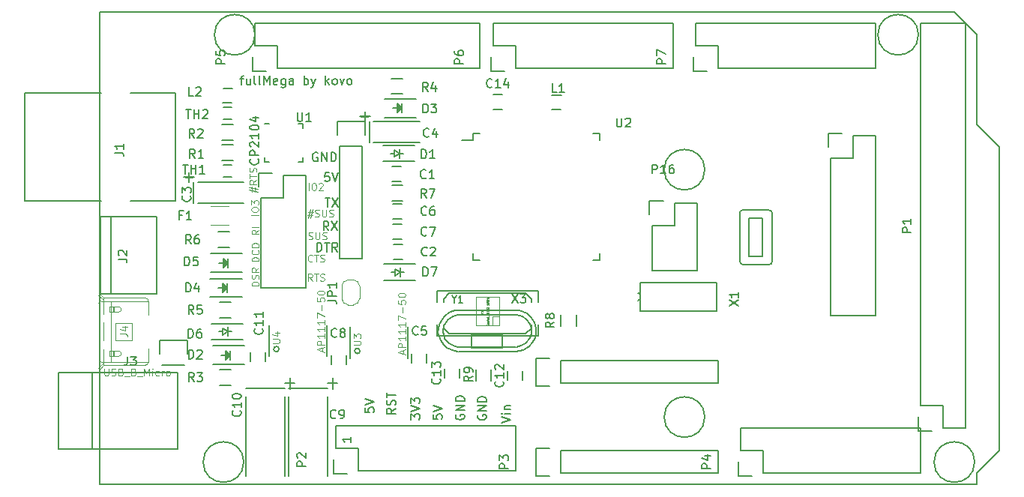
<source format=gto>
G04 #@! TF.GenerationSoftware,KiCad,Pcbnew,6.0.0-rc1-unknown-9cac0a3~66~ubuntu16.04.1*
G04 #@! TF.CreationDate,2019-01-22T10:57:24+01:00
G04 #@! TF.ProjectId,arduino_mega_all_pins,61726475-696e-46f5-9f6d-6567615f616c,rev?*
G04 #@! TF.SameCoordinates,Original*
G04 #@! TF.FileFunction,Legend,Top*
G04 #@! TF.FilePolarity,Positive*
%FSLAX46Y46*%
G04 Gerber Fmt 4.6, Leading zero omitted, Abs format (unit mm)*
G04 Created by KiCad (PCBNEW 6.0.0-rc1-unknown-9cac0a3~66~ubuntu16.04.1) date Ut 22. január 2019, 10:57:24 CET*
%MOMM*%
%LPD*%
G04 APERTURE LIST*
%ADD10C,0.150000*%
%ADD11C,0.100000*%
%ADD12C,0.120000*%
%ADD13C,0.127000*%
%ADD14C,0.050800*%
%ADD15C,0.099060*%
%ADD16C,0.001000*%
%ADD17C,0.076200*%
%ADD18C,0.050000*%
G04 APERTURE END LIST*
D10*
X199898000Y-68326000D02*
X202438000Y-70866000D01*
X202438000Y-70866000D02*
X202438000Y-81026000D01*
X202438000Y-81026000D02*
X204978000Y-83566000D01*
X204978000Y-83566000D02*
X204978000Y-117856000D01*
X204978000Y-117856000D02*
X202438000Y-120396000D01*
X202438000Y-120396000D02*
X202438000Y-121666000D01*
X128823815Y-89317580D02*
X129395243Y-89317580D01*
X129109529Y-90317580D02*
X129109529Y-89317580D01*
X129633339Y-89317580D02*
X130300005Y-90317580D01*
X130300005Y-89317580D02*
X129633339Y-90317580D01*
X131770380Y-116300285D02*
X131770380Y-116871714D01*
X131770380Y-116586000D02*
X130770380Y-116586000D01*
X130913238Y-116681238D01*
X131008476Y-116776476D01*
X131056095Y-116871714D01*
X202438000Y-121666000D02*
X103378000Y-121666000D01*
X103378000Y-68326000D02*
X199898000Y-68326000D01*
X103378000Y-121666000D02*
X103378000Y-68326000D01*
X119233157Y-75833314D02*
X119614109Y-75833314D01*
X119376014Y-76499980D02*
X119376014Y-75642838D01*
X119423633Y-75547600D01*
X119518871Y-75499980D01*
X119614109Y-75499980D01*
X120376014Y-75833314D02*
X120376014Y-76499980D01*
X119947442Y-75833314D02*
X119947442Y-76357123D01*
X119995061Y-76452361D01*
X120090300Y-76499980D01*
X120233157Y-76499980D01*
X120328395Y-76452361D01*
X120376014Y-76404742D01*
X120995061Y-76499980D02*
X120899823Y-76452361D01*
X120852204Y-76357123D01*
X120852204Y-75499980D01*
X121518871Y-76499980D02*
X121423633Y-76452361D01*
X121376014Y-76357123D01*
X121376014Y-75499980D01*
X121899823Y-76499980D02*
X121899823Y-75499980D01*
X122233157Y-76214266D01*
X122566490Y-75499980D01*
X122566490Y-76499980D01*
X123423633Y-76452361D02*
X123328395Y-76499980D01*
X123137919Y-76499980D01*
X123042680Y-76452361D01*
X122995061Y-76357123D01*
X122995061Y-75976171D01*
X123042680Y-75880933D01*
X123137919Y-75833314D01*
X123328395Y-75833314D01*
X123423633Y-75880933D01*
X123471252Y-75976171D01*
X123471252Y-76071409D01*
X122995061Y-76166647D01*
X124328395Y-75833314D02*
X124328395Y-76642838D01*
X124280776Y-76738076D01*
X124233157Y-76785695D01*
X124137919Y-76833314D01*
X123995061Y-76833314D01*
X123899823Y-76785695D01*
X124328395Y-76452361D02*
X124233157Y-76499980D01*
X124042680Y-76499980D01*
X123947442Y-76452361D01*
X123899823Y-76404742D01*
X123852204Y-76309504D01*
X123852204Y-76023790D01*
X123899823Y-75928552D01*
X123947442Y-75880933D01*
X124042680Y-75833314D01*
X124233157Y-75833314D01*
X124328395Y-75880933D01*
X125233157Y-76499980D02*
X125233157Y-75976171D01*
X125185538Y-75880933D01*
X125090300Y-75833314D01*
X124899823Y-75833314D01*
X124804585Y-75880933D01*
X125233157Y-76452361D02*
X125137919Y-76499980D01*
X124899823Y-76499980D01*
X124804585Y-76452361D01*
X124756966Y-76357123D01*
X124756966Y-76261885D01*
X124804585Y-76166647D01*
X124899823Y-76119028D01*
X125137919Y-76119028D01*
X125233157Y-76071409D01*
X126471252Y-76499980D02*
X126471252Y-75499980D01*
X126471252Y-75880933D02*
X126566490Y-75833314D01*
X126756966Y-75833314D01*
X126852204Y-75880933D01*
X126899823Y-75928552D01*
X126947442Y-76023790D01*
X126947442Y-76309504D01*
X126899823Y-76404742D01*
X126852204Y-76452361D01*
X126756966Y-76499980D01*
X126566490Y-76499980D01*
X126471252Y-76452361D01*
X127280776Y-75833314D02*
X127518871Y-76499980D01*
X127756966Y-75833314D02*
X127518871Y-76499980D01*
X127423633Y-76738076D01*
X127376014Y-76785695D01*
X127280776Y-76833314D01*
X128899823Y-76499980D02*
X128899823Y-75499980D01*
X128995061Y-76119028D02*
X129280776Y-76499980D01*
X129280776Y-75833314D02*
X128899823Y-76214266D01*
X129852204Y-76499980D02*
X129756966Y-76452361D01*
X129709347Y-76404742D01*
X129661728Y-76309504D01*
X129661728Y-76023790D01*
X129709347Y-75928552D01*
X129756966Y-75880933D01*
X129852204Y-75833314D01*
X129995061Y-75833314D01*
X130090300Y-75880933D01*
X130137919Y-75928552D01*
X130185538Y-76023790D01*
X130185538Y-76309504D01*
X130137919Y-76404742D01*
X130090300Y-76452361D01*
X129995061Y-76499980D01*
X129852204Y-76499980D01*
X130518871Y-75833314D02*
X130756966Y-76499980D01*
X130995061Y-75833314D01*
X131518871Y-76499980D02*
X131423633Y-76452361D01*
X131376014Y-76404742D01*
X131328395Y-76309504D01*
X131328395Y-76023790D01*
X131376014Y-75928552D01*
X131423633Y-75880933D01*
X131518871Y-75833314D01*
X131661728Y-75833314D01*
X131756966Y-75880933D01*
X131804585Y-75928552D01*
X131852204Y-76023790D01*
X131852204Y-76309504D01*
X131804585Y-76404742D01*
X131756966Y-76452361D01*
X131661728Y-76499980D01*
X131518871Y-76499980D01*
D11*
X126956920Y-88436404D02*
X126956920Y-87636404D01*
X127490253Y-87636404D02*
X127642634Y-87636404D01*
X127718824Y-87674500D01*
X127795015Y-87750690D01*
X127833110Y-87903071D01*
X127833110Y-88169738D01*
X127795015Y-88322119D01*
X127718824Y-88398309D01*
X127642634Y-88436404D01*
X127490253Y-88436404D01*
X127414062Y-88398309D01*
X127337872Y-88322119D01*
X127299777Y-88169738D01*
X127299777Y-87903071D01*
X127337872Y-87750690D01*
X127414062Y-87674500D01*
X127490253Y-87636404D01*
X128137872Y-87712595D02*
X128175967Y-87674500D01*
X128252158Y-87636404D01*
X128442634Y-87636404D01*
X128518824Y-87674500D01*
X128556920Y-87712595D01*
X128595015Y-87788785D01*
X128595015Y-87864976D01*
X128556920Y-87979261D01*
X128099777Y-88436404D01*
X128595015Y-88436404D01*
X126899848Y-90887571D02*
X127471277Y-90887571D01*
X127128420Y-90544714D02*
X126899848Y-91573285D01*
X127395086Y-91230428D02*
X126823658Y-91230428D01*
X127166515Y-91573285D02*
X127395086Y-90544714D01*
X127699848Y-91382809D02*
X127814134Y-91420904D01*
X128004610Y-91420904D01*
X128080800Y-91382809D01*
X128118896Y-91344714D01*
X128156991Y-91268523D01*
X128156991Y-91192333D01*
X128118896Y-91116142D01*
X128080800Y-91078047D01*
X128004610Y-91039952D01*
X127852229Y-91001857D01*
X127776039Y-90963761D01*
X127737943Y-90925666D01*
X127699848Y-90849476D01*
X127699848Y-90773285D01*
X127737943Y-90697095D01*
X127776039Y-90659000D01*
X127852229Y-90620904D01*
X128042705Y-90620904D01*
X128156991Y-90659000D01*
X128499848Y-90620904D02*
X128499848Y-91268523D01*
X128537943Y-91344714D01*
X128576039Y-91382809D01*
X128652229Y-91420904D01*
X128804610Y-91420904D01*
X128880800Y-91382809D01*
X128918896Y-91344714D01*
X128956991Y-91268523D01*
X128956991Y-90620904D01*
X129299848Y-91382809D02*
X129414134Y-91420904D01*
X129604610Y-91420904D01*
X129680800Y-91382809D01*
X129718896Y-91344714D01*
X129756991Y-91268523D01*
X129756991Y-91192333D01*
X129718896Y-91116142D01*
X129680800Y-91078047D01*
X129604610Y-91039952D01*
X129452229Y-91001857D01*
X129376039Y-90963761D01*
X129337943Y-90925666D01*
X129299848Y-90849476D01*
X129299848Y-90773285D01*
X129337943Y-90697095D01*
X129376039Y-90659000D01*
X129452229Y-90620904D01*
X129642705Y-90620904D01*
X129756991Y-90659000D01*
X126956948Y-93948209D02*
X127071234Y-93986304D01*
X127261710Y-93986304D01*
X127337900Y-93948209D01*
X127375996Y-93910114D01*
X127414091Y-93833923D01*
X127414091Y-93757733D01*
X127375996Y-93681542D01*
X127337900Y-93643447D01*
X127261710Y-93605352D01*
X127109329Y-93567257D01*
X127033139Y-93529161D01*
X126995043Y-93491066D01*
X126956948Y-93414876D01*
X126956948Y-93338685D01*
X126995043Y-93262495D01*
X127033139Y-93224400D01*
X127109329Y-93186304D01*
X127299805Y-93186304D01*
X127414091Y-93224400D01*
X127756948Y-93186304D02*
X127756948Y-93833923D01*
X127795043Y-93910114D01*
X127833139Y-93948209D01*
X127909329Y-93986304D01*
X128061710Y-93986304D01*
X128137900Y-93948209D01*
X128175996Y-93910114D01*
X128214091Y-93833923D01*
X128214091Y-93186304D01*
X128556948Y-93948209D02*
X128671234Y-93986304D01*
X128861710Y-93986304D01*
X128937900Y-93948209D01*
X128975996Y-93910114D01*
X129014091Y-93833923D01*
X129014091Y-93757733D01*
X128975996Y-93681542D01*
X128937900Y-93643447D01*
X128861710Y-93605352D01*
X128709329Y-93567257D01*
X128633139Y-93529161D01*
X128595043Y-93491066D01*
X128556948Y-93414876D01*
X128556948Y-93338685D01*
X128595043Y-93262495D01*
X128633139Y-93224400D01*
X128709329Y-93186304D01*
X128899805Y-93186304D01*
X129014091Y-93224400D01*
X127382324Y-96424714D02*
X127344229Y-96462809D01*
X127229943Y-96500904D01*
X127153753Y-96500904D01*
X127039467Y-96462809D01*
X126963277Y-96386619D01*
X126925181Y-96310428D01*
X126887086Y-96158047D01*
X126887086Y-96043761D01*
X126925181Y-95891380D01*
X126963277Y-95815190D01*
X127039467Y-95739000D01*
X127153753Y-95700904D01*
X127229943Y-95700904D01*
X127344229Y-95739000D01*
X127382324Y-95777095D01*
X127610896Y-95700904D02*
X128068039Y-95700904D01*
X127839467Y-96500904D02*
X127839467Y-95700904D01*
X128296610Y-96462809D02*
X128410896Y-96500904D01*
X128601372Y-96500904D01*
X128677562Y-96462809D01*
X128715658Y-96424714D01*
X128753753Y-96348523D01*
X128753753Y-96272333D01*
X128715658Y-96196142D01*
X128677562Y-96158047D01*
X128601372Y-96119952D01*
X128448991Y-96081857D01*
X128372800Y-96043761D01*
X128334705Y-96005666D01*
X128296610Y-95929476D01*
X128296610Y-95853285D01*
X128334705Y-95777095D01*
X128372800Y-95739000D01*
X128448991Y-95700904D01*
X128639467Y-95700904D01*
X128753753Y-95739000D01*
X127382324Y-98672604D02*
X127115658Y-98291652D01*
X126925181Y-98672604D02*
X126925181Y-97872604D01*
X127229943Y-97872604D01*
X127306134Y-97910700D01*
X127344229Y-97948795D01*
X127382324Y-98024985D01*
X127382324Y-98139271D01*
X127344229Y-98215461D01*
X127306134Y-98253557D01*
X127229943Y-98291652D01*
X126925181Y-98291652D01*
X127610896Y-97872604D02*
X128068039Y-97872604D01*
X127839467Y-98672604D02*
X127839467Y-97872604D01*
X128296610Y-98634509D02*
X128410896Y-98672604D01*
X128601372Y-98672604D01*
X128677562Y-98634509D01*
X128715658Y-98596414D01*
X128753753Y-98520223D01*
X128753753Y-98444033D01*
X128715658Y-98367842D01*
X128677562Y-98329747D01*
X128601372Y-98291652D01*
X128448991Y-98253557D01*
X128372800Y-98215461D01*
X128334705Y-98177366D01*
X128296610Y-98101176D01*
X128296610Y-98024985D01*
X128334705Y-97948795D01*
X128372800Y-97910700D01*
X128448991Y-97872604D01*
X128639467Y-97872604D01*
X128753753Y-97910700D01*
X121329404Y-99224976D02*
X120529404Y-99224976D01*
X120529404Y-99034500D01*
X120567500Y-98920214D01*
X120643690Y-98844023D01*
X120719880Y-98805928D01*
X120872261Y-98767833D01*
X120986547Y-98767833D01*
X121138928Y-98805928D01*
X121215119Y-98844023D01*
X121291309Y-98920214D01*
X121329404Y-99034500D01*
X121329404Y-99224976D01*
X121291309Y-98463071D02*
X121329404Y-98348785D01*
X121329404Y-98158309D01*
X121291309Y-98082119D01*
X121253214Y-98044023D01*
X121177023Y-98005928D01*
X121100833Y-98005928D01*
X121024642Y-98044023D01*
X120986547Y-98082119D01*
X120948452Y-98158309D01*
X120910357Y-98310690D01*
X120872261Y-98386880D01*
X120834166Y-98424976D01*
X120757976Y-98463071D01*
X120681785Y-98463071D01*
X120605595Y-98424976D01*
X120567500Y-98386880D01*
X120529404Y-98310690D01*
X120529404Y-98120214D01*
X120567500Y-98005928D01*
X121329404Y-97205928D02*
X120948452Y-97472595D01*
X121329404Y-97663071D02*
X120529404Y-97663071D01*
X120529404Y-97358309D01*
X120567500Y-97282119D01*
X120605595Y-97244023D01*
X120681785Y-97205928D01*
X120796071Y-97205928D01*
X120872261Y-97244023D01*
X120910357Y-97282119D01*
X120948452Y-97358309D01*
X120948452Y-97663071D01*
X121329404Y-96450023D02*
X120529404Y-96450023D01*
X120529404Y-96259547D01*
X120567500Y-96145261D01*
X120643690Y-96069071D01*
X120719880Y-96030976D01*
X120872261Y-95992880D01*
X120986547Y-95992880D01*
X121138928Y-96030976D01*
X121215119Y-96069071D01*
X121291309Y-96145261D01*
X121329404Y-96259547D01*
X121329404Y-96450023D01*
X121253214Y-95192880D02*
X121291309Y-95230976D01*
X121329404Y-95345261D01*
X121329404Y-95421452D01*
X121291309Y-95535738D01*
X121215119Y-95611928D01*
X121138928Y-95650023D01*
X120986547Y-95688119D01*
X120872261Y-95688119D01*
X120719880Y-95650023D01*
X120643690Y-95611928D01*
X120567500Y-95535738D01*
X120529404Y-95421452D01*
X120529404Y-95345261D01*
X120567500Y-95230976D01*
X120605595Y-95192880D01*
X121329404Y-94850023D02*
X120529404Y-94850023D01*
X120529404Y-94659547D01*
X120567500Y-94545261D01*
X120643690Y-94469071D01*
X120719880Y-94430976D01*
X120872261Y-94392880D01*
X120986547Y-94392880D01*
X121138928Y-94430976D01*
X121215119Y-94469071D01*
X121291309Y-94545261D01*
X121329404Y-94659547D01*
X121329404Y-94850023D01*
X121329404Y-92932257D02*
X120948452Y-93198923D01*
X121329404Y-93389400D02*
X120529404Y-93389400D01*
X120529404Y-93084638D01*
X120567500Y-93008447D01*
X120605595Y-92970352D01*
X120681785Y-92932257D01*
X120796071Y-92932257D01*
X120872261Y-92970352D01*
X120910357Y-93008447D01*
X120948452Y-93084638D01*
X120948452Y-93389400D01*
X121329404Y-92589400D02*
X120529404Y-92589400D01*
X121298924Y-91224000D02*
X120498924Y-91224000D01*
X120498924Y-90690666D02*
X120498924Y-90538285D01*
X120537020Y-90462095D01*
X120613210Y-90385904D01*
X120765591Y-90347809D01*
X121032258Y-90347809D01*
X121184639Y-90385904D01*
X121260829Y-90462095D01*
X121298924Y-90538285D01*
X121298924Y-90690666D01*
X121260829Y-90766857D01*
X121184639Y-90843047D01*
X121032258Y-90881142D01*
X120765591Y-90881142D01*
X120613210Y-90843047D01*
X120537020Y-90766857D01*
X120498924Y-90690666D01*
X120498924Y-90081142D02*
X120498924Y-89585904D01*
X120803686Y-89852571D01*
X120803686Y-89738285D01*
X120841781Y-89662095D01*
X120879877Y-89624000D01*
X120956067Y-89585904D01*
X121146543Y-89585904D01*
X121222734Y-89624000D01*
X121260829Y-89662095D01*
X121298924Y-89738285D01*
X121298924Y-89966857D01*
X121260829Y-90043047D01*
X121222734Y-90081142D01*
X120542071Y-88582333D02*
X120542071Y-88010904D01*
X120199214Y-88353761D02*
X121227785Y-88582333D01*
X120884928Y-88087095D02*
X120884928Y-88658523D01*
X121227785Y-88315666D02*
X120199214Y-88087095D01*
X121075404Y-87287095D02*
X120694452Y-87553761D01*
X121075404Y-87744238D02*
X120275404Y-87744238D01*
X120275404Y-87439476D01*
X120313500Y-87363285D01*
X120351595Y-87325190D01*
X120427785Y-87287095D01*
X120542071Y-87287095D01*
X120618261Y-87325190D01*
X120656357Y-87363285D01*
X120694452Y-87439476D01*
X120694452Y-87744238D01*
X120275404Y-87058523D02*
X120275404Y-86601380D01*
X121075404Y-86829952D02*
X120275404Y-86829952D01*
X121037309Y-86372809D02*
X121075404Y-86258523D01*
X121075404Y-86068047D01*
X121037309Y-85991857D01*
X120999214Y-85953761D01*
X120923023Y-85915666D01*
X120846833Y-85915666D01*
X120770642Y-85953761D01*
X120732547Y-85991857D01*
X120694452Y-86068047D01*
X120656357Y-86220428D01*
X120618261Y-86296619D01*
X120580166Y-86334714D01*
X120503976Y-86372809D01*
X120427785Y-86372809D01*
X120351595Y-86334714D01*
X120313500Y-86296619D01*
X120275404Y-86220428D01*
X120275404Y-86029952D01*
X120313500Y-85915666D01*
D10*
X127896762Y-95359480D02*
X127896762Y-94359480D01*
X128134858Y-94359480D01*
X128277715Y-94407100D01*
X128372953Y-94502338D01*
X128420572Y-94597576D01*
X128468191Y-94788052D01*
X128468191Y-94930909D01*
X128420572Y-95121385D01*
X128372953Y-95216623D01*
X128277715Y-95311861D01*
X128134858Y-95359480D01*
X127896762Y-95359480D01*
X128753905Y-94359480D02*
X129325334Y-94359480D01*
X129039620Y-95359480D02*
X129039620Y-94359480D01*
X130230096Y-95359480D02*
X129896762Y-94883290D01*
X129658667Y-95359480D02*
X129658667Y-94359480D01*
X130039620Y-94359480D01*
X130134858Y-94407100D01*
X130182477Y-94454719D01*
X130230096Y-94549957D01*
X130230096Y-94692814D01*
X130182477Y-94788052D01*
X130134858Y-94835671D01*
X130039620Y-94883290D01*
X129658667Y-94883290D01*
X129228553Y-92959180D02*
X128895220Y-92482990D01*
X128657124Y-92959180D02*
X128657124Y-91959180D01*
X129038077Y-91959180D01*
X129133315Y-92006800D01*
X129180934Y-92054419D01*
X129228553Y-92149657D01*
X129228553Y-92292514D01*
X129180934Y-92387752D01*
X129133315Y-92435371D01*
X129038077Y-92482990D01*
X128657124Y-92482990D01*
X129561886Y-91959180D02*
X130228553Y-92959180D01*
X130228553Y-91959180D02*
X129561886Y-92959180D01*
X129293643Y-86421980D02*
X128817453Y-86421980D01*
X128769834Y-86898171D01*
X128817453Y-86850552D01*
X128912691Y-86802933D01*
X129150786Y-86802933D01*
X129246024Y-86850552D01*
X129293643Y-86898171D01*
X129341262Y-86993409D01*
X129341262Y-87231504D01*
X129293643Y-87326742D01*
X129246024Y-87374361D01*
X129150786Y-87421980D01*
X128912691Y-87421980D01*
X128817453Y-87374361D01*
X128769834Y-87326742D01*
X129626977Y-86421980D02*
X129960310Y-87421980D01*
X130293643Y-86421980D01*
X127972915Y-84221700D02*
X127877677Y-84174080D01*
X127734820Y-84174080D01*
X127591962Y-84221700D01*
X127496724Y-84316938D01*
X127449105Y-84412176D01*
X127401486Y-84602652D01*
X127401486Y-84745509D01*
X127449105Y-84935985D01*
X127496724Y-85031223D01*
X127591962Y-85126461D01*
X127734820Y-85174080D01*
X127830058Y-85174080D01*
X127972915Y-85126461D01*
X128020534Y-85078842D01*
X128020534Y-84745509D01*
X127830058Y-84745509D01*
X128449105Y-85174080D02*
X128449105Y-84174080D01*
X129020534Y-85174080D01*
X129020534Y-84174080D01*
X129496724Y-85174080D02*
X129496724Y-84174080D01*
X129734820Y-84174080D01*
X129877677Y-84221700D01*
X129972915Y-84316938D01*
X130020534Y-84412176D01*
X130068153Y-84602652D01*
X130068153Y-84745509D01*
X130020534Y-84935985D01*
X129972915Y-85031223D01*
X129877677Y-85126461D01*
X129734820Y-85174080D01*
X129496724Y-85174080D01*
X143611980Y-113774124D02*
X143564360Y-113869362D01*
X143564360Y-114012220D01*
X143611980Y-114155077D01*
X143707218Y-114250315D01*
X143802456Y-114297934D01*
X143992932Y-114345553D01*
X144135789Y-114345553D01*
X144326265Y-114297934D01*
X144421503Y-114250315D01*
X144516741Y-114155077D01*
X144564360Y-114012220D01*
X144564360Y-113916981D01*
X144516741Y-113774124D01*
X144469122Y-113726505D01*
X144135789Y-113726505D01*
X144135789Y-113916981D01*
X144564360Y-113297934D02*
X143564360Y-113297934D01*
X144564360Y-112726505D01*
X143564360Y-112726505D01*
X144564360Y-112250315D02*
X143564360Y-112250315D01*
X143564360Y-112012220D01*
X143611980Y-111869362D01*
X143707218Y-111774124D01*
X143802456Y-111726505D01*
X143992932Y-111678886D01*
X144135789Y-111678886D01*
X144326265Y-111726505D01*
X144421503Y-111774124D01*
X144516741Y-111869362D01*
X144564360Y-112012220D01*
X144564360Y-112250315D01*
X133343400Y-113004576D02*
X133343400Y-113480766D01*
X133819591Y-113528385D01*
X133771972Y-113480766D01*
X133724353Y-113385528D01*
X133724353Y-113147433D01*
X133771972Y-113052195D01*
X133819591Y-113004576D01*
X133914829Y-112956957D01*
X134152924Y-112956957D01*
X134248162Y-113004576D01*
X134295781Y-113052195D01*
X134343400Y-113147433D01*
X134343400Y-113385528D01*
X134295781Y-113480766D01*
X134248162Y-113528385D01*
X133343400Y-112671242D02*
X134343400Y-112337909D01*
X133343400Y-112004576D01*
X136781800Y-113082319D02*
X136305610Y-113415652D01*
X136781800Y-113653747D02*
X135781800Y-113653747D01*
X135781800Y-113272795D01*
X135829420Y-113177557D01*
X135877039Y-113129938D01*
X135972277Y-113082319D01*
X136115134Y-113082319D01*
X136210372Y-113129938D01*
X136257991Y-113177557D01*
X136305610Y-113272795D01*
X136305610Y-113653747D01*
X136734181Y-112701366D02*
X136781800Y-112558509D01*
X136781800Y-112320414D01*
X136734181Y-112225176D01*
X136686562Y-112177557D01*
X136591324Y-112129938D01*
X136496086Y-112129938D01*
X136400848Y-112177557D01*
X136353229Y-112225176D01*
X136305610Y-112320414D01*
X136257991Y-112510890D01*
X136210372Y-112606128D01*
X136162753Y-112653747D01*
X136067515Y-112701366D01*
X135972277Y-112701366D01*
X135877039Y-112653747D01*
X135829420Y-112606128D01*
X135781800Y-112510890D01*
X135781800Y-112272795D01*
X135829420Y-112129938D01*
X135781800Y-111844223D02*
X135781800Y-111272795D01*
X136781800Y-111558509D02*
X135781800Y-111558509D01*
X138527540Y-114318895D02*
X138527540Y-113699847D01*
X138908493Y-114033180D01*
X138908493Y-113890323D01*
X138956112Y-113795085D01*
X139003731Y-113747466D01*
X139098969Y-113699847D01*
X139337064Y-113699847D01*
X139432302Y-113747466D01*
X139479921Y-113795085D01*
X139527540Y-113890323D01*
X139527540Y-114176038D01*
X139479921Y-114271276D01*
X139432302Y-114318895D01*
X138527540Y-113414133D02*
X139527540Y-113080800D01*
X138527540Y-112747466D01*
X138527540Y-112509371D02*
X138527540Y-111890323D01*
X138908493Y-112223657D01*
X138908493Y-112080800D01*
X138956112Y-111985561D01*
X139003731Y-111937942D01*
X139098969Y-111890323D01*
X139337064Y-111890323D01*
X139432302Y-111937942D01*
X139479921Y-111985561D01*
X139527540Y-112080800D01*
X139527540Y-112366514D01*
X139479921Y-112461752D01*
X139432302Y-112509371D01*
X141039600Y-113764036D02*
X141039600Y-114240226D01*
X141515791Y-114287845D01*
X141468172Y-114240226D01*
X141420553Y-114144988D01*
X141420553Y-113906893D01*
X141468172Y-113811655D01*
X141515791Y-113764036D01*
X141611029Y-113716417D01*
X141849124Y-113716417D01*
X141944362Y-113764036D01*
X141991981Y-113811655D01*
X142039600Y-113906893D01*
X142039600Y-114144988D01*
X141991981Y-114240226D01*
X141944362Y-114287845D01*
X141039600Y-113430702D02*
X142039600Y-113097369D01*
X141039600Y-112764036D01*
X146108800Y-113827464D02*
X146061180Y-113922702D01*
X146061180Y-114065560D01*
X146108800Y-114208417D01*
X146204038Y-114303655D01*
X146299276Y-114351274D01*
X146489752Y-114398893D01*
X146632609Y-114398893D01*
X146823085Y-114351274D01*
X146918323Y-114303655D01*
X147013561Y-114208417D01*
X147061180Y-114065560D01*
X147061180Y-113970321D01*
X147013561Y-113827464D01*
X146965942Y-113779845D01*
X146632609Y-113779845D01*
X146632609Y-113970321D01*
X147061180Y-113351274D02*
X146061180Y-113351274D01*
X147061180Y-112779845D01*
X146061180Y-112779845D01*
X147061180Y-112303655D02*
X146061180Y-112303655D01*
X146061180Y-112065560D01*
X146108800Y-111922702D01*
X146204038Y-111827464D01*
X146299276Y-111779845D01*
X146489752Y-111732226D01*
X146632609Y-111732226D01*
X146823085Y-111779845D01*
X146918323Y-111827464D01*
X147013561Y-111922702D01*
X147061180Y-112065560D01*
X147061180Y-112303655D01*
X148763740Y-114673569D02*
X149763740Y-114340236D01*
X148763740Y-114006902D01*
X149763740Y-113673569D02*
X149097074Y-113673569D01*
X148763740Y-113673569D02*
X148811360Y-113721188D01*
X148858979Y-113673569D01*
X148811360Y-113625950D01*
X148763740Y-113673569D01*
X148858979Y-113673569D01*
X149097074Y-113197379D02*
X149763740Y-113197379D01*
X149192312Y-113197379D02*
X149144693Y-113149760D01*
X149097074Y-113054521D01*
X149097074Y-112911664D01*
X149144693Y-112816426D01*
X149239931Y-112768807D01*
X149763740Y-112768807D01*
D12*
X130726940Y-99264240D02*
G75*
G02X131426940Y-98564240I700000J0D01*
G01*
X132026940Y-98564240D02*
G75*
G02X132726940Y-99264240I0J-700000D01*
G01*
X132726940Y-100664240D02*
G75*
G02X132026940Y-101364240I-700000J0D01*
G01*
X131426940Y-101364240D02*
G75*
G02X130726940Y-100664240I0J700000D01*
G01*
X132026940Y-101364240D02*
X131426940Y-101364240D01*
X132726940Y-99264240D02*
X132726940Y-100664240D01*
X131426940Y-98564240D02*
X132026940Y-98564240D01*
X130726940Y-100664240D02*
X130726940Y-99264240D01*
D10*
X148828700Y-77633460D02*
X147828700Y-77633460D01*
X147828700Y-79333460D02*
X148828700Y-79333460D01*
X155448000Y-107696000D02*
X173228000Y-107696000D01*
X173228000Y-107696000D02*
X173228000Y-110236000D01*
X173228000Y-110236000D02*
X155448000Y-110236000D01*
X152628000Y-107416000D02*
X154178000Y-107416000D01*
X155448000Y-107696000D02*
X155448000Y-110236000D01*
X154178000Y-110516000D02*
X152628000Y-110516000D01*
X152628000Y-110516000D02*
X152628000Y-107416000D01*
X145501860Y-82779000D02*
X144226860Y-82779000D01*
X159851860Y-81979000D02*
X159051860Y-81979000D01*
X159851860Y-96329000D02*
X159051860Y-96329000D01*
X145501860Y-96329000D02*
X146301860Y-96329000D01*
X145501860Y-81979000D02*
X146301860Y-81979000D01*
X145501860Y-96329000D02*
X145501860Y-95529000D01*
X159851860Y-96329000D02*
X159851860Y-95529000D01*
X159851860Y-81979000D02*
X159851860Y-82779000D01*
X145501860Y-81979000D02*
X145501860Y-82779000D01*
X137428860Y-85713200D02*
X136428860Y-85713200D01*
X136428860Y-87413200D02*
X137428860Y-87413200D01*
D13*
X122525720Y-107170160D02*
X122525720Y-103670160D01*
X129025720Y-103670160D02*
X129025720Y-107170160D01*
X123625720Y-106370160D02*
G75*
G03X123625720Y-106370160I-300000J0D01*
G01*
D10*
X119634000Y-119126000D02*
G75*
G03X119634000Y-119126000I-2286000J0D01*
G01*
X201168000Y-115316000D02*
X201168000Y-69596000D01*
X196088000Y-69596000D02*
X196088000Y-112776000D01*
X201168000Y-69596000D02*
X196088000Y-69596000D01*
X201168000Y-115316000D02*
X198628000Y-115316000D01*
X195808000Y-114046000D02*
X195808000Y-115596000D01*
X198628000Y-115316000D02*
X198628000Y-112776000D01*
X198628000Y-112776000D02*
X196088000Y-112776000D01*
X195808000Y-115596000D02*
X197358000Y-115596000D01*
X171704000Y-114046000D02*
G75*
G03X171704000Y-114046000I-2286000J0D01*
G01*
X202184000Y-119126000D02*
G75*
G03X202184000Y-119126000I-2286000J0D01*
G01*
X120904000Y-70866000D02*
G75*
G03X120904000Y-70866000I-2286000J0D01*
G01*
X171704000Y-86106000D02*
G75*
G03X171704000Y-86106000I-2286000J0D01*
G01*
X195834000Y-70866000D02*
G75*
G03X195834000Y-70866000I-2286000J0D01*
G01*
X129768000Y-120422000D02*
X131318000Y-120422000D01*
X132588000Y-117602000D02*
X132588000Y-120142000D01*
X130048000Y-117602000D02*
X132588000Y-117602000D01*
X129768000Y-118872000D02*
X129768000Y-120422000D01*
X130048000Y-115062000D02*
X130048000Y-117602000D01*
X150368000Y-115062000D02*
X150368000Y-120142000D01*
X132588000Y-120142000D02*
X150368000Y-120142000D01*
X150368000Y-115062000D02*
X130048000Y-115062000D01*
X196088000Y-115316000D02*
X175768000Y-115316000D01*
X178308000Y-120396000D02*
X196088000Y-120396000D01*
X196088000Y-115316000D02*
X196088000Y-120396000D01*
X175768000Y-115316000D02*
X175768000Y-117856000D01*
X175488000Y-119126000D02*
X175488000Y-120676000D01*
X175768000Y-117856000D02*
X178308000Y-117856000D01*
X178308000Y-117856000D02*
X178308000Y-120396000D01*
X175488000Y-120676000D02*
X177038000Y-120676000D01*
X146304000Y-69596000D02*
X120904000Y-69596000D01*
X123444000Y-74676000D02*
X146304000Y-74676000D01*
X146304000Y-69596000D02*
X146304000Y-74676000D01*
X120904000Y-69596000D02*
X120904000Y-72136000D01*
X120624000Y-73406000D02*
X120624000Y-74956000D01*
X120904000Y-72136000D02*
X123444000Y-72136000D01*
X123444000Y-72136000D02*
X123444000Y-74676000D01*
X120624000Y-74956000D02*
X122174000Y-74956000D01*
X170408000Y-74956000D02*
X171958000Y-74956000D01*
X173228000Y-72136000D02*
X173228000Y-74676000D01*
X170688000Y-72136000D02*
X173228000Y-72136000D01*
X170408000Y-73406000D02*
X170408000Y-74956000D01*
X170688000Y-69596000D02*
X170688000Y-72136000D01*
X191008000Y-69596000D02*
X191008000Y-74676000D01*
X173228000Y-74676000D02*
X191008000Y-74676000D01*
X191008000Y-69596000D02*
X170688000Y-69596000D01*
X165735000Y-92456000D02*
X165735000Y-97536000D01*
X165455000Y-89636000D02*
X167005000Y-89636000D01*
X168275000Y-89916000D02*
X168275000Y-92456000D01*
X168275000Y-92456000D02*
X165735000Y-92456000D01*
X165735000Y-97536000D02*
X170815000Y-97536000D01*
X170815000Y-97536000D02*
X170815000Y-92456000D01*
X165455000Y-89636000D02*
X165455000Y-91186000D01*
X170815000Y-89916000D02*
X168275000Y-89916000D01*
X170815000Y-92456000D02*
X170815000Y-89916000D01*
X190995300Y-102628700D02*
X190995300Y-82308700D01*
X185915300Y-84848700D02*
X185915300Y-102628700D01*
X190995300Y-102628700D02*
X185915300Y-102628700D01*
X190995300Y-82308700D02*
X188455300Y-82308700D01*
X187185300Y-82028700D02*
X185635300Y-82028700D01*
X188455300Y-82308700D02*
X188455300Y-84848700D01*
X188455300Y-84848700D02*
X185915300Y-84848700D01*
X185635300Y-82028700D02*
X185635300Y-83578700D01*
X147548000Y-74956000D02*
X149098000Y-74956000D01*
X150368000Y-72136000D02*
X150368000Y-74676000D01*
X147828000Y-72136000D02*
X150368000Y-72136000D01*
X147548000Y-73406000D02*
X147548000Y-74956000D01*
X147828000Y-69596000D02*
X147828000Y-72136000D01*
X168148000Y-69596000D02*
X168148000Y-74676000D01*
X150368000Y-74676000D02*
X168148000Y-74676000D01*
X168148000Y-69596000D02*
X147828000Y-69596000D01*
X155448000Y-117856000D02*
X173228000Y-117856000D01*
X173228000Y-117856000D02*
X173228000Y-120396000D01*
X173228000Y-120396000D02*
X155448000Y-120396000D01*
X152628000Y-117576000D02*
X154178000Y-117576000D01*
X155448000Y-117856000D02*
X155448000Y-120396000D01*
X154178000Y-120676000D02*
X152628000Y-120676000D01*
X152628000Y-120676000D02*
X152628000Y-117576000D01*
X129674620Y-109649260D02*
X129674620Y-110848140D01*
X130175000Y-110248700D02*
X129075180Y-110248700D01*
X129072640Y-120705880D02*
X129072640Y-111704120D01*
X124673360Y-111704120D02*
X124673360Y-120705880D01*
X129072640Y-110804960D02*
X124673360Y-110804960D01*
X124246640Y-110804960D02*
X119847360Y-110804960D01*
X119847360Y-111704120D02*
X119847360Y-120705880D01*
X124246640Y-120705880D02*
X124246640Y-111704120D01*
X125349000Y-110248700D02*
X124249180Y-110248700D01*
X124848620Y-109649260D02*
X124848620Y-110848140D01*
X136992360Y-78659100D02*
X137492360Y-79159100D01*
X136992360Y-79659100D02*
X136992360Y-78659100D01*
X137492360Y-79159100D02*
X136992360Y-79659100D01*
X136992360Y-79159100D02*
X136492360Y-79159100D01*
X137492360Y-79659100D02*
X137492360Y-78659100D01*
X137192360Y-79109100D02*
X137242360Y-79159100D01*
X137192360Y-79359100D02*
X137192360Y-79109100D01*
X137392360Y-79159100D02*
X137192360Y-79359100D01*
X137092360Y-78859100D02*
X137392360Y-79159100D01*
X137092360Y-79459100D02*
X137092360Y-78859100D01*
X139142360Y-80209100D02*
X135542360Y-80209100D01*
X139142360Y-78109100D02*
X135542360Y-78109100D01*
X126302660Y-80908000D02*
X126302660Y-81433000D01*
X122002660Y-85208000D02*
X122002660Y-84683000D01*
X126302660Y-85208000D02*
X126302660Y-84683000D01*
X122002660Y-80908000D02*
X122527660Y-80908000D01*
X122002660Y-85208000D02*
X122527660Y-85208000D01*
X126302660Y-85208000D02*
X125777660Y-85208000D01*
X126302660Y-80908000D02*
X125777660Y-80908000D01*
X133042660Y-83439000D02*
X133042660Y-96139000D01*
X133042660Y-96139000D02*
X130502660Y-96139000D01*
X130502660Y-96139000D02*
X130502660Y-83439000D01*
X133322660Y-80619000D02*
X133322660Y-82169000D01*
X133042660Y-83439000D02*
X130502660Y-83439000D01*
X130222660Y-82169000D02*
X130222660Y-80619000D01*
X130222660Y-80619000D02*
X133322660Y-80619000D01*
X126692660Y-86741000D02*
X126692660Y-99441000D01*
X126692660Y-99441000D02*
X121612660Y-99441000D01*
X121612660Y-99441000D02*
X121612660Y-89281000D01*
X126692660Y-86741000D02*
X124152660Y-86741000D01*
X122882660Y-86461000D02*
X121332660Y-86461000D01*
X124152660Y-86741000D02*
X124152660Y-89281000D01*
X124152660Y-89281000D02*
X121612660Y-89281000D01*
X121332660Y-86461000D02*
X121332660Y-88011000D01*
X114449860Y-89908380D02*
X119651780Y-89908380D01*
X119651780Y-87510620D02*
X114449860Y-87510620D01*
X113451640Y-86410800D02*
X113451640Y-87510620D01*
X112852200Y-86911180D02*
X114051080Y-86911180D01*
X113954560Y-87510620D02*
X113954560Y-89908380D01*
X134315200Y-83050380D02*
X139517120Y-83050380D01*
X139517120Y-80652620D02*
X134315200Y-80652620D01*
X133316980Y-79552800D02*
X133316980Y-80652620D01*
X132717540Y-80053180D02*
X133916420Y-80053180D01*
X133819900Y-80652620D02*
X133819900Y-83050380D01*
X119721520Y-106011000D02*
X116121520Y-106011000D01*
X119721520Y-108111000D02*
X116121520Y-108111000D01*
X117671520Y-107361000D02*
X117671520Y-106761000D01*
X117671520Y-106761000D02*
X117971520Y-107061000D01*
X117971520Y-107061000D02*
X117771520Y-107261000D01*
X117771520Y-107261000D02*
X117771520Y-107011000D01*
X117771520Y-107011000D02*
X117821520Y-107061000D01*
X118071520Y-107561000D02*
X118071520Y-106561000D01*
X117571520Y-107061000D02*
X117071520Y-107061000D01*
X118071520Y-107061000D02*
X117571520Y-107561000D01*
X117571520Y-107561000D02*
X117571520Y-106561000D01*
X117571520Y-106561000D02*
X118071520Y-107061000D01*
X117292120Y-98953700D02*
X117792120Y-99453700D01*
X117292120Y-99953700D02*
X117292120Y-98953700D01*
X117792120Y-99453700D02*
X117292120Y-99953700D01*
X117292120Y-99453700D02*
X116792120Y-99453700D01*
X117792120Y-99953700D02*
X117792120Y-98953700D01*
X117492120Y-99403700D02*
X117542120Y-99453700D01*
X117492120Y-99653700D02*
X117492120Y-99403700D01*
X117692120Y-99453700D02*
X117492120Y-99653700D01*
X117392120Y-99153700D02*
X117692120Y-99453700D01*
X117392120Y-99753700D02*
X117392120Y-99153700D01*
X119442120Y-100503700D02*
X115842120Y-100503700D01*
X119442120Y-98403700D02*
X115842120Y-98403700D01*
X117330220Y-96147000D02*
X117830220Y-96647000D01*
X117330220Y-97147000D02*
X117330220Y-96147000D01*
X117830220Y-96647000D02*
X117330220Y-97147000D01*
X117330220Y-96647000D02*
X116830220Y-96647000D01*
X117830220Y-97147000D02*
X117830220Y-96147000D01*
X117530220Y-96597000D02*
X117580220Y-96647000D01*
X117530220Y-96847000D02*
X117530220Y-96597000D01*
X117730220Y-96647000D02*
X117530220Y-96847000D01*
X117430220Y-96347000D02*
X117730220Y-96647000D01*
X117430220Y-96947000D02*
X117430220Y-96347000D01*
X119480220Y-97697000D02*
X115880220Y-97697000D01*
X119480220Y-95597000D02*
X115880220Y-95597000D01*
X139012680Y-98588400D02*
X135472680Y-98588400D01*
X139012680Y-96788400D02*
X135472680Y-96788400D01*
X137330180Y-98196400D02*
X137330180Y-97180400D01*
X136695180Y-97307400D02*
X137330180Y-97688400D01*
X136695180Y-98069400D02*
X136695180Y-97307400D01*
X137330180Y-97688400D02*
X136695180Y-98069400D01*
X137711180Y-97688400D02*
X137330180Y-97688400D01*
X136695180Y-97688400D02*
X136314180Y-97688400D01*
X136624060Y-84264500D02*
X136243060Y-84264500D01*
X137640060Y-84264500D02*
X137259060Y-84264500D01*
X137259060Y-84264500D02*
X136624060Y-84645500D01*
X136624060Y-84645500D02*
X136624060Y-83883500D01*
X136624060Y-83883500D02*
X137259060Y-84264500D01*
X137259060Y-84772500D02*
X137259060Y-83756500D01*
X138941560Y-83364500D02*
X135401560Y-83364500D01*
X138941560Y-85164500D02*
X135401560Y-85164500D01*
X103578660Y-77470000D02*
X94942660Y-77470000D01*
X111960660Y-77470000D02*
X106880660Y-77470000D01*
X103578660Y-89662000D02*
X94942660Y-89662000D01*
X111960660Y-89662000D02*
X106880660Y-89662000D01*
X94942660Y-89662000D02*
X94942660Y-77470000D01*
X111960660Y-77470000D02*
X111960660Y-89662000D01*
X103444200Y-91407100D02*
X103444200Y-100107100D01*
X109849200Y-91407100D02*
X109849200Y-100107100D01*
X109849200Y-100107100D02*
X103444200Y-100107100D01*
X104674200Y-100107100D02*
X104674200Y-91407100D01*
X103444200Y-91407100D02*
X109849200Y-91407100D01*
D14*
X105523480Y-107195620D02*
G75*
G03X105825740Y-106893360I0J302260D01*
G01*
X105823200Y-106893360D02*
G75*
G03X105523480Y-106593640I-299720J0D01*
G01*
X105523480Y-102196900D02*
G75*
G03X105825740Y-101894640I0J302260D01*
G01*
X105823200Y-101894640D02*
G75*
G03X105523480Y-101594920I-299720J0D01*
G01*
X104474460Y-107193080D02*
X105523480Y-107193080D01*
X104474460Y-106593640D02*
X105523480Y-106593640D01*
X104474460Y-102194360D02*
X105523480Y-102194360D01*
X104474460Y-101594920D02*
X105523480Y-101594920D01*
X104974840Y-106593640D02*
X104974840Y-107193080D01*
X104974840Y-101594920D02*
X104974840Y-102194360D01*
X104875780Y-106593640D02*
X104875780Y-107193080D01*
X104875780Y-101594920D02*
X104875780Y-102194360D01*
X104474460Y-106593640D02*
X104474460Y-107193080D01*
X104474460Y-101594920D02*
X104474460Y-102194360D01*
X103224780Y-108493560D02*
X103374640Y-108643420D01*
X103224780Y-108493560D02*
X103674360Y-108043980D01*
X103674360Y-108043980D02*
X103824220Y-108043980D01*
X103374640Y-100144580D02*
X103224780Y-100294440D01*
X103224780Y-100294440D02*
X103674360Y-100744020D01*
X103674360Y-100744020D02*
X103824220Y-100744020D01*
X103824220Y-108193840D02*
X103374640Y-108643420D01*
X103824220Y-100594160D02*
X103374640Y-100144580D01*
X103824220Y-106392980D02*
X103824220Y-108193840D01*
X103824220Y-103393240D02*
X103824220Y-105394760D01*
X103824220Y-100594160D02*
X103824220Y-102395020D01*
X103524500Y-100944680D02*
G75*
G03X103275580Y-101193600I0J-248920D01*
G01*
X103275580Y-107594400D02*
G75*
G03X103524500Y-107843320I248920J0D01*
G01*
X103275580Y-106392980D02*
X103275580Y-107594400D01*
X103275580Y-103393240D02*
X103275580Y-105394760D01*
X103275580Y-101193600D02*
X103275580Y-102395020D01*
X104624320Y-107843320D02*
X103524500Y-107843320D01*
X104624320Y-100944680D02*
X103524500Y-100944680D01*
X108525760Y-100594160D02*
X103824220Y-100594160D01*
X108525760Y-108193840D02*
X103824220Y-108193840D01*
X108876280Y-100944680D02*
G75*
G03X108525760Y-100594160I-350520J0D01*
G01*
X108525760Y-108191300D02*
G75*
G03X108873740Y-107843320I0J347980D01*
G01*
D15*
X108873740Y-100944680D02*
X108873740Y-102494080D01*
X108873740Y-107843320D02*
X108873740Y-106293920D01*
X104624320Y-100944680D02*
X108873740Y-100944680D01*
X104624320Y-107843320D02*
X108873740Y-107843320D01*
X104624320Y-100944680D02*
X104624320Y-107843320D01*
D14*
X107024620Y-103444040D02*
X107024620Y-105343960D01*
X107024620Y-105343960D02*
X105124700Y-105343960D01*
X105124700Y-105343960D02*
X105124700Y-103444040D01*
X105124700Y-103444040D02*
X107024620Y-103444040D01*
D10*
X113256660Y-105384000D02*
X113256660Y-106934000D01*
X110156660Y-106934000D02*
X110156660Y-105384000D01*
X110156660Y-105384000D02*
X113256660Y-105384000D01*
X110436660Y-108204000D02*
X112976660Y-108204000D01*
X176045200Y-96847600D02*
X178945200Y-96847600D01*
X178945200Y-90675200D02*
X175995200Y-90675200D01*
X176733200Y-95910400D02*
X176733200Y-91592400D01*
X176733200Y-91592400D02*
X178257200Y-91592400D01*
X178257200Y-91592400D02*
X178257200Y-95910400D01*
X178257200Y-95910400D02*
X176733200Y-95910400D01*
X175645200Y-91025200D02*
G75*
G02X175995200Y-90675200I350000J0D01*
G01*
X176072828Y-96847044D02*
G75*
G02X175645200Y-96397600I22372J449444D01*
G01*
X179345200Y-96447600D02*
G75*
G02X178945200Y-96847600I-400000J0D01*
G01*
X178945200Y-90675200D02*
G75*
G02X179345200Y-91075200I0J-400000D01*
G01*
X175645200Y-96397600D02*
X175645200Y-91025200D01*
X179345200Y-96447600D02*
X179345200Y-91075200D01*
D13*
X132769720Y-106586060D02*
G75*
G03X132769720Y-106586060I-300000J0D01*
G01*
X138169720Y-103886060D02*
X138169720Y-107386060D01*
X131669720Y-107386060D02*
X131669720Y-103886060D01*
D10*
X117231160Y-104394000D02*
X116850160Y-104394000D01*
X118247160Y-104394000D02*
X117866160Y-104394000D01*
X117866160Y-104394000D02*
X117231160Y-104775000D01*
X117231160Y-104775000D02*
X117231160Y-104013000D01*
X117231160Y-104013000D02*
X117866160Y-104394000D01*
X117866160Y-104902000D02*
X117866160Y-103886000D01*
X119548660Y-103494000D02*
X116008660Y-103494000D01*
X119548660Y-105294000D02*
X116008660Y-105294000D01*
X118302660Y-86908000D02*
X117302660Y-86908000D01*
X117302660Y-85558000D02*
X118302660Y-85558000D01*
X118302660Y-80431000D02*
X117302660Y-80431000D01*
X117302660Y-79081000D02*
X118302660Y-79081000D01*
X118353840Y-76923900D02*
X117302280Y-76923900D01*
X117251480Y-78524100D02*
X118303040Y-78524100D01*
D12*
X117936520Y-92383000D02*
X115936520Y-92383000D01*
X115936520Y-90243000D02*
X117936520Y-90243000D01*
D10*
X116948660Y-108726000D02*
X118148660Y-108726000D01*
X118148660Y-110476000D02*
X116948660Y-110476000D01*
X137566960Y-89609900D02*
X136366960Y-89609900D01*
X136366960Y-87859900D02*
X137566960Y-87859900D01*
X136341560Y-75820300D02*
X137541560Y-75820300D01*
X137541560Y-77570300D02*
X136341560Y-77570300D01*
X116948660Y-101106000D02*
X118148660Y-101106000D01*
X118148660Y-102856000D02*
X116948660Y-102856000D01*
X117981020Y-94893100D02*
X116781020Y-94893100D01*
X116781020Y-93143100D02*
X117981020Y-93143100D01*
X118402660Y-85076000D02*
X117202660Y-85076000D01*
X117202660Y-83326000D02*
X118402660Y-83326000D01*
X117202660Y-81040000D02*
X118402660Y-81040000D01*
X118402660Y-82790000D02*
X117202660Y-82790000D01*
X136466960Y-91693100D02*
X137466960Y-91693100D01*
X137466960Y-89993100D02*
X136466960Y-89993100D01*
X138585840Y-106883580D02*
X138585840Y-107883580D01*
X140285840Y-107883580D02*
X140285840Y-106883580D01*
X136479660Y-93941000D02*
X137479660Y-93941000D01*
X137479660Y-92241000D02*
X136479660Y-92241000D01*
X129535820Y-107096940D02*
X129535820Y-108096940D01*
X131235820Y-108096940D02*
X131235820Y-107096940D01*
X120422300Y-106776900D02*
X120422300Y-107776900D01*
X122122300Y-107776900D02*
X122122300Y-106776900D01*
X99461320Y-109029500D02*
X98699320Y-109029500D01*
X98699320Y-109029500D02*
X98699320Y-117665500D01*
X98699320Y-117665500D02*
X99461320Y-117665500D01*
X102509320Y-109029500D02*
X102509320Y-117665500D01*
X112161320Y-109029500D02*
X112161320Y-117665500D01*
X99461320Y-117665500D02*
X112161320Y-117665500D01*
X99461320Y-109029500D02*
X112161320Y-109029500D01*
X137538080Y-94544780D02*
X136538080Y-94544780D01*
X136538080Y-96244780D02*
X137538080Y-96244780D01*
X149416400Y-108859700D02*
X149416400Y-109859700D01*
X151116400Y-109859700D02*
X151116400Y-108859700D01*
X143991700Y-109613320D02*
X143991700Y-108613320D01*
X142291700Y-108613320D02*
X142291700Y-109613320D01*
X155514040Y-77734160D02*
X154462480Y-77734160D01*
X154411680Y-79334360D02*
X155463240Y-79334360D01*
X157234860Y-102544320D02*
X157234860Y-103744320D01*
X155484860Y-103744320D02*
X155484860Y-102544320D01*
X147585400Y-108716520D02*
X147585400Y-109916520D01*
X145835400Y-109916520D02*
X145835400Y-108716520D01*
X164444680Y-102057200D02*
X173045120Y-102057200D01*
X173045120Y-102057200D02*
X173045120Y-98856800D01*
X173045120Y-98856800D02*
X164444680Y-98856800D01*
X164444680Y-99606100D02*
X164444680Y-98856800D01*
X164444680Y-101356160D02*
X164444680Y-102057200D01*
X164444680Y-100157280D02*
X164144960Y-100058220D01*
X164444680Y-100756720D02*
X164144960Y-100855780D01*
X164444680Y-101356160D02*
X164444680Y-99557840D01*
X150338224Y-106638670D02*
X143886624Y-106638670D01*
X143467524Y-102018410D02*
X142977304Y-102188590D01*
X143886624Y-101980310D02*
X143467524Y-102018410D01*
X150338224Y-101980310D02*
X143886624Y-101980310D01*
X143406564Y-106570090D02*
X143848524Y-106638670D01*
X142977304Y-106430390D02*
X143406564Y-106570090D01*
X142588684Y-106199250D02*
X142977304Y-106430390D01*
X142238164Y-105879210D02*
X142588684Y-106199250D01*
X141877484Y-105409310D02*
X142238164Y-105879210D01*
X141686984Y-104959730D02*
X141877484Y-105409310D01*
X141598084Y-104499990D02*
X141686984Y-104959730D01*
X141618404Y-104040250D02*
X141598084Y-104499990D01*
X141727624Y-103570350D02*
X141618404Y-104040250D01*
X142027344Y-103019170D02*
X141727624Y-103570350D01*
X142278804Y-102688970D02*
X142027344Y-103019170D01*
X142598844Y-102409570D02*
X142278804Y-102688970D01*
X142977304Y-102188590D02*
X142598844Y-102409570D01*
X150757324Y-102000630D02*
X150317904Y-101970150D01*
X151206904Y-102160650D02*
X150757324Y-102000630D01*
X151628544Y-102368930D02*
X151206904Y-102160650D01*
X152088284Y-102739770D02*
X151628544Y-102368930D01*
X152487064Y-103329050D02*
X152088284Y-102739770D01*
X152657244Y-104030090D02*
X152487064Y-103329050D01*
X152657244Y-104540630D02*
X152657244Y-104030090D01*
X152527704Y-105140070D02*
X152657244Y-104540630D01*
X152238144Y-105678550D02*
X152527704Y-105140070D01*
X151907944Y-106029070D02*
X152238144Y-105678550D01*
X151618384Y-106260210D02*
X151907944Y-106029070D01*
X151186584Y-106478650D02*
X151618384Y-106260210D01*
X150787804Y-106590410D02*
X151186584Y-106478650D01*
X150328064Y-106638670D02*
X150787804Y-106590410D01*
X142837604Y-105709030D02*
X142337224Y-105208650D01*
X143337984Y-106008750D02*
X142837604Y-105709030D01*
X143736764Y-106110350D02*
X143337984Y-106008750D01*
X150338224Y-106110350D02*
X143736764Y-106110350D01*
X150937664Y-106008750D02*
X150437284Y-106110350D01*
X151438044Y-105709030D02*
X150937664Y-106008750D01*
X151938424Y-105109590D02*
X151438044Y-105709030D01*
X152139084Y-104609210D02*
X151938424Y-105109590D01*
X152139084Y-104108830D02*
X152139084Y-104609210D01*
X151938424Y-103509390D02*
X152139084Y-104108830D01*
X151537104Y-103009010D02*
X151938424Y-103509390D01*
X151138324Y-102709290D02*
X151537104Y-103009010D01*
X150437284Y-102508630D02*
X151138324Y-102709290D01*
X143838364Y-102508630D02*
X150437284Y-102508630D01*
X143238924Y-102709290D02*
X143838364Y-102508630D01*
X142636944Y-103110610D02*
X143238924Y-102709290D01*
X142238164Y-103809110D02*
X142636944Y-103110610D01*
X142136564Y-104309490D02*
X142238164Y-103809110D01*
X142238164Y-104908930D02*
X142136564Y-104309490D01*
X142438824Y-105310250D02*
X142238164Y-104908930D01*
X152890924Y-104906390D02*
X141460924Y-104906390D01*
X141460924Y-99826390D02*
X152890924Y-99826390D01*
X151493924Y-104652390D02*
X152128924Y-104017390D01*
X142857924Y-104652390D02*
X151493924Y-104652390D01*
X142222924Y-104017390D02*
X142857924Y-104652390D01*
X142857924Y-100080390D02*
X142222924Y-100715390D01*
X151493924Y-100080390D02*
X142857924Y-100080390D01*
X152128924Y-100715390D02*
X151493924Y-100080390D01*
X152890924Y-104906390D02*
X152890924Y-103636390D01*
X152890924Y-99826390D02*
X152890924Y-101096390D01*
X141460924Y-99826390D02*
X141460924Y-101096390D01*
X141460924Y-104906390D02*
X141460924Y-103636390D01*
X142222924Y-104017390D02*
X142222924Y-103636390D01*
X142222924Y-100715390D02*
X142222924Y-101096390D01*
X152128924Y-100715390D02*
X152128924Y-101096390D01*
X152128924Y-104017390D02*
X152128924Y-103636390D01*
X145397224Y-104702490D02*
X145397224Y-106202490D01*
X148797224Y-104702490D02*
X145397224Y-104702490D01*
X148797224Y-106202490D02*
X148797224Y-104702490D01*
X145397224Y-106202490D02*
X148797224Y-106202490D01*
D16*
X148489104Y-103704970D02*
X145888144Y-103704970D01*
X148489104Y-100504570D02*
X148489104Y-103704970D01*
X145888144Y-100504570D02*
X148489104Y-100504570D01*
X145888144Y-103704970D02*
X145888144Y-100504570D01*
X147696624Y-102676270D02*
X148458624Y-102676270D01*
X147696624Y-103692270D02*
X147696624Y-102676270D01*
D10*
X129111760Y-100858533D02*
X129826046Y-100858533D01*
X129968903Y-100906152D01*
X130064141Y-101001390D01*
X130111760Y-101144247D01*
X130111760Y-101239485D01*
X130111760Y-100382342D02*
X129111760Y-100382342D01*
X129111760Y-100001390D01*
X129159380Y-99906152D01*
X129206999Y-99858533D01*
X129302237Y-99810914D01*
X129445094Y-99810914D01*
X129540332Y-99858533D01*
X129587951Y-99906152D01*
X129635570Y-100001390D01*
X129635570Y-100382342D01*
X130111760Y-98858533D02*
X130111760Y-99429961D01*
X130111760Y-99144247D02*
X129111760Y-99144247D01*
X129254618Y-99239485D01*
X129349856Y-99334723D01*
X129397475Y-99429961D01*
X147685842Y-76740602D02*
X147638223Y-76788221D01*
X147495366Y-76835840D01*
X147400128Y-76835840D01*
X147257271Y-76788221D01*
X147162033Y-76692983D01*
X147114414Y-76597745D01*
X147066795Y-76407269D01*
X147066795Y-76264412D01*
X147114414Y-76073936D01*
X147162033Y-75978698D01*
X147257271Y-75883460D01*
X147400128Y-75835840D01*
X147495366Y-75835840D01*
X147638223Y-75883460D01*
X147685842Y-75931079D01*
X148638223Y-76835840D02*
X148066795Y-76835840D01*
X148352509Y-76835840D02*
X148352509Y-75835840D01*
X148257271Y-75978698D01*
X148162033Y-76073936D01*
X148066795Y-76121555D01*
X149495366Y-76169174D02*
X149495366Y-76835840D01*
X149257271Y-75788221D02*
X149019176Y-76502507D01*
X149638223Y-76502507D01*
X161759995Y-80280260D02*
X161759995Y-81089784D01*
X161807614Y-81185022D01*
X161855233Y-81232641D01*
X161950471Y-81280260D01*
X162140947Y-81280260D01*
X162236185Y-81232641D01*
X162283804Y-81185022D01*
X162331423Y-81089784D01*
X162331423Y-80280260D01*
X162759995Y-80375499D02*
X162807614Y-80327880D01*
X162902852Y-80280260D01*
X163140947Y-80280260D01*
X163236185Y-80327880D01*
X163283804Y-80375499D01*
X163331423Y-80470737D01*
X163331423Y-80565975D01*
X163283804Y-80708832D01*
X162712376Y-81280260D01*
X163331423Y-81280260D01*
X140216593Y-87009242D02*
X140168974Y-87056861D01*
X140026117Y-87104480D01*
X139930879Y-87104480D01*
X139788021Y-87056861D01*
X139692783Y-86961623D01*
X139645164Y-86866385D01*
X139597545Y-86675909D01*
X139597545Y-86533052D01*
X139645164Y-86342576D01*
X139692783Y-86247338D01*
X139788021Y-86152100D01*
X139930879Y-86104480D01*
X140026117Y-86104480D01*
X140168974Y-86152100D01*
X140216593Y-86199719D01*
X141168974Y-87104480D02*
X140597545Y-87104480D01*
X140883260Y-87104480D02*
X140883260Y-86104480D01*
X140788021Y-86247338D01*
X140692783Y-86342576D01*
X140597545Y-86390195D01*
D17*
X122892215Y-105709236D02*
X123550196Y-105709236D01*
X123627605Y-105670531D01*
X123666310Y-105631826D01*
X123705015Y-105554417D01*
X123705015Y-105399598D01*
X123666310Y-105322188D01*
X123627605Y-105283483D01*
X123550196Y-105244779D01*
X122892215Y-105244779D01*
X123163148Y-104509388D02*
X123705015Y-104509388D01*
X122853510Y-104702912D02*
X123434081Y-104896436D01*
X123434081Y-104393274D01*
X128517226Y-106628111D02*
X128517226Y-106241063D01*
X128749455Y-106705520D02*
X127936655Y-106434587D01*
X128749455Y-106163654D01*
X128749455Y-105892720D02*
X127936655Y-105892720D01*
X127936655Y-105583082D01*
X127975360Y-105505673D01*
X128014064Y-105466968D01*
X128091474Y-105428263D01*
X128207588Y-105428263D01*
X128284998Y-105466968D01*
X128323702Y-105505673D01*
X128362407Y-105583082D01*
X128362407Y-105892720D01*
X128749455Y-104654168D02*
X128749455Y-105118625D01*
X128749455Y-104886397D02*
X127936655Y-104886397D01*
X128052769Y-104963806D01*
X128130179Y-105041216D01*
X128168883Y-105118625D01*
X128749455Y-103880073D02*
X128749455Y-104344530D01*
X128749455Y-104112301D02*
X127936655Y-104112301D01*
X128052769Y-104189711D01*
X128130179Y-104267120D01*
X128168883Y-104344530D01*
X128749455Y-103105978D02*
X128749455Y-103570435D01*
X128749455Y-103338206D02*
X127936655Y-103338206D01*
X128052769Y-103415616D01*
X128130179Y-103493025D01*
X128168883Y-103570435D01*
X127936655Y-102835044D02*
X127936655Y-102293178D01*
X128749455Y-102641520D01*
X128439817Y-101983540D02*
X128439817Y-101364263D01*
X127936655Y-100590168D02*
X127936655Y-100977216D01*
X128323702Y-101015920D01*
X128284998Y-100977216D01*
X128246293Y-100899806D01*
X128246293Y-100706282D01*
X128284998Y-100628873D01*
X128323702Y-100590168D01*
X128401112Y-100551463D01*
X128594636Y-100551463D01*
X128672045Y-100590168D01*
X128710750Y-100628873D01*
X128749455Y-100706282D01*
X128749455Y-100899806D01*
X128710750Y-100977216D01*
X128672045Y-101015920D01*
X127936655Y-100048301D02*
X127936655Y-99970892D01*
X127975360Y-99893482D01*
X128014064Y-99854778D01*
X128091474Y-99816073D01*
X128246293Y-99777368D01*
X128439817Y-99777368D01*
X128594636Y-99816073D01*
X128672045Y-99854778D01*
X128710750Y-99893482D01*
X128749455Y-99970892D01*
X128749455Y-100048301D01*
X128710750Y-100125711D01*
X128672045Y-100164416D01*
X128594636Y-100203120D01*
X128439817Y-100241825D01*
X128246293Y-100241825D01*
X128091474Y-100203120D01*
X128014064Y-100164416D01*
X127975360Y-100125711D01*
X127936655Y-100048301D01*
D10*
X195016380Y-93194095D02*
X194016380Y-93194095D01*
X194016380Y-92813142D01*
X194064000Y-92717904D01*
X194111619Y-92670285D01*
X194206857Y-92622666D01*
X194349714Y-92622666D01*
X194444952Y-92670285D01*
X194492571Y-92717904D01*
X194540190Y-92813142D01*
X194540190Y-93194095D01*
X195016380Y-91670285D02*
X195016380Y-92241714D01*
X195016380Y-91956000D02*
X194016380Y-91956000D01*
X194159238Y-92051238D01*
X194254476Y-92146476D01*
X194302095Y-92241714D01*
X126670380Y-119610095D02*
X125670380Y-119610095D01*
X125670380Y-119229142D01*
X125718000Y-119133904D01*
X125765619Y-119086285D01*
X125860857Y-119038666D01*
X126003714Y-119038666D01*
X126098952Y-119086285D01*
X126146571Y-119133904D01*
X126194190Y-119229142D01*
X126194190Y-119610095D01*
X125765619Y-118657714D02*
X125718000Y-118610095D01*
X125670380Y-118514857D01*
X125670380Y-118276761D01*
X125718000Y-118181523D01*
X125765619Y-118133904D01*
X125860857Y-118086285D01*
X125956095Y-118086285D01*
X126098952Y-118133904D01*
X126670380Y-118705333D01*
X126670380Y-118086285D01*
X172390380Y-119864095D02*
X171390380Y-119864095D01*
X171390380Y-119483142D01*
X171438000Y-119387904D01*
X171485619Y-119340285D01*
X171580857Y-119292666D01*
X171723714Y-119292666D01*
X171818952Y-119340285D01*
X171866571Y-119387904D01*
X171914190Y-119483142D01*
X171914190Y-119864095D01*
X171723714Y-118435523D02*
X172390380Y-118435523D01*
X171342761Y-118673619D02*
X172057047Y-118911714D01*
X172057047Y-118292666D01*
X117526380Y-74144095D02*
X116526380Y-74144095D01*
X116526380Y-73763142D01*
X116574000Y-73667904D01*
X116621619Y-73620285D01*
X116716857Y-73572666D01*
X116859714Y-73572666D01*
X116954952Y-73620285D01*
X117002571Y-73667904D01*
X117050190Y-73763142D01*
X117050190Y-74144095D01*
X116526380Y-72667904D02*
X116526380Y-73144095D01*
X117002571Y-73191714D01*
X116954952Y-73144095D01*
X116907333Y-73048857D01*
X116907333Y-72810761D01*
X116954952Y-72715523D01*
X117002571Y-72667904D01*
X117097809Y-72620285D01*
X117335904Y-72620285D01*
X117431142Y-72667904D01*
X117478761Y-72715523D01*
X117526380Y-72810761D01*
X117526380Y-73048857D01*
X117478761Y-73144095D01*
X117431142Y-73191714D01*
X167310380Y-74144095D02*
X166310380Y-74144095D01*
X166310380Y-73763142D01*
X166358000Y-73667904D01*
X166405619Y-73620285D01*
X166500857Y-73572666D01*
X166643714Y-73572666D01*
X166738952Y-73620285D01*
X166786571Y-73667904D01*
X166834190Y-73763142D01*
X166834190Y-74144095D01*
X166310380Y-73239333D02*
X166310380Y-72572666D01*
X167310380Y-73001238D01*
X165790714Y-86538380D02*
X165790714Y-85538380D01*
X166171666Y-85538380D01*
X166266904Y-85586000D01*
X166314523Y-85633619D01*
X166362142Y-85728857D01*
X166362142Y-85871714D01*
X166314523Y-85966952D01*
X166266904Y-86014571D01*
X166171666Y-86062190D01*
X165790714Y-86062190D01*
X167314523Y-86538380D02*
X166743095Y-86538380D01*
X167028809Y-86538380D02*
X167028809Y-85538380D01*
X166933571Y-85681238D01*
X166838333Y-85776476D01*
X166743095Y-85824095D01*
X168171666Y-85538380D02*
X167981190Y-85538380D01*
X167885952Y-85586000D01*
X167838333Y-85633619D01*
X167743095Y-85776476D01*
X167695476Y-85966952D01*
X167695476Y-86347904D01*
X167743095Y-86443142D01*
X167790714Y-86490761D01*
X167885952Y-86538380D01*
X168076428Y-86538380D01*
X168171666Y-86490761D01*
X168219285Y-86443142D01*
X168266904Y-86347904D01*
X168266904Y-86109809D01*
X168219285Y-86014571D01*
X168171666Y-85966952D01*
X168076428Y-85919333D01*
X167885952Y-85919333D01*
X167790714Y-85966952D01*
X167743095Y-86014571D01*
X167695476Y-86109809D01*
X144450380Y-74144095D02*
X143450380Y-74144095D01*
X143450380Y-73763142D01*
X143498000Y-73667904D01*
X143545619Y-73620285D01*
X143640857Y-73572666D01*
X143783714Y-73572666D01*
X143878952Y-73620285D01*
X143926571Y-73667904D01*
X143974190Y-73763142D01*
X143974190Y-74144095D01*
X143450380Y-72715523D02*
X143450380Y-72906000D01*
X143498000Y-73001238D01*
X143545619Y-73048857D01*
X143688476Y-73144095D01*
X143878952Y-73191714D01*
X144259904Y-73191714D01*
X144355142Y-73144095D01*
X144402761Y-73096476D01*
X144450380Y-73001238D01*
X144450380Y-72810761D01*
X144402761Y-72715523D01*
X144355142Y-72667904D01*
X144259904Y-72620285D01*
X144021809Y-72620285D01*
X143926571Y-72667904D01*
X143878952Y-72715523D01*
X143831333Y-72810761D01*
X143831333Y-73001238D01*
X143878952Y-73096476D01*
X143926571Y-73144095D01*
X144021809Y-73191714D01*
X149530380Y-119864095D02*
X148530380Y-119864095D01*
X148530380Y-119483142D01*
X148578000Y-119387904D01*
X148625619Y-119340285D01*
X148720857Y-119292666D01*
X148863714Y-119292666D01*
X148958952Y-119340285D01*
X149006571Y-119387904D01*
X149054190Y-119483142D01*
X149054190Y-119864095D01*
X148530380Y-118959333D02*
X148530380Y-118340285D01*
X148911333Y-118673619D01*
X148911333Y-118530761D01*
X148958952Y-118435523D01*
X149006571Y-118387904D01*
X149101809Y-118340285D01*
X149339904Y-118340285D01*
X149435142Y-118387904D01*
X149482761Y-118435523D01*
X149530380Y-118530761D01*
X149530380Y-118816476D01*
X149482761Y-118911714D01*
X149435142Y-118959333D01*
X130036273Y-114123742D02*
X129988654Y-114171361D01*
X129845797Y-114218980D01*
X129750559Y-114218980D01*
X129607701Y-114171361D01*
X129512463Y-114076123D01*
X129464844Y-113980885D01*
X129417225Y-113790409D01*
X129417225Y-113647552D01*
X129464844Y-113457076D01*
X129512463Y-113361838D01*
X129607701Y-113266600D01*
X129750559Y-113218980D01*
X129845797Y-113218980D01*
X129988654Y-113266600D01*
X130036273Y-113314219D01*
X130512463Y-114218980D02*
X130702940Y-114218980D01*
X130798178Y-114171361D01*
X130845797Y-114123742D01*
X130941035Y-113980885D01*
X130988654Y-113790409D01*
X130988654Y-113409457D01*
X130941035Y-113314219D01*
X130893416Y-113266600D01*
X130798178Y-113218980D01*
X130607701Y-113218980D01*
X130512463Y-113266600D01*
X130464844Y-113314219D01*
X130417225Y-113409457D01*
X130417225Y-113647552D01*
X130464844Y-113742790D01*
X130512463Y-113790409D01*
X130607701Y-113838028D01*
X130798178Y-113838028D01*
X130893416Y-113790409D01*
X130941035Y-113742790D01*
X130988654Y-113647552D01*
X129743508Y-110632192D02*
X129743508Y-109870287D01*
X130124460Y-110251240D02*
X129362556Y-110251240D01*
X119241842Y-113329957D02*
X119289461Y-113377576D01*
X119337080Y-113520433D01*
X119337080Y-113615671D01*
X119289461Y-113758528D01*
X119194223Y-113853766D01*
X119098985Y-113901385D01*
X118908509Y-113949004D01*
X118765652Y-113949004D01*
X118575176Y-113901385D01*
X118479938Y-113853766D01*
X118384700Y-113758528D01*
X118337080Y-113615671D01*
X118337080Y-113520433D01*
X118384700Y-113377576D01*
X118432319Y-113329957D01*
X119337080Y-112377576D02*
X119337080Y-112949004D01*
X119337080Y-112663290D02*
X118337080Y-112663290D01*
X118479938Y-112758528D01*
X118575176Y-112853766D01*
X118622795Y-112949004D01*
X118337080Y-111758528D02*
X118337080Y-111663290D01*
X118384700Y-111568052D01*
X118432319Y-111520433D01*
X118527557Y-111472814D01*
X118718033Y-111425195D01*
X118956128Y-111425195D01*
X119146604Y-111472814D01*
X119241842Y-111520433D01*
X119289461Y-111568052D01*
X119337080Y-111663290D01*
X119337080Y-111758528D01*
X119289461Y-111853766D01*
X119241842Y-111901385D01*
X119146604Y-111949004D01*
X118956128Y-111996623D01*
X118718033Y-111996623D01*
X118527557Y-111949004D01*
X118432319Y-111901385D01*
X118384700Y-111853766D01*
X118337080Y-111758528D01*
X124917508Y-110632192D02*
X124917508Y-109870287D01*
X125298460Y-110251240D02*
X124536556Y-110251240D01*
X139899164Y-79674980D02*
X139899164Y-78674980D01*
X140137260Y-78674980D01*
X140280117Y-78722600D01*
X140375355Y-78817838D01*
X140422974Y-78913076D01*
X140470593Y-79103552D01*
X140470593Y-79246409D01*
X140422974Y-79436885D01*
X140375355Y-79532123D01*
X140280117Y-79627361D01*
X140137260Y-79674980D01*
X139899164Y-79674980D01*
X140803926Y-78674980D02*
X141422974Y-78674980D01*
X141089640Y-79055933D01*
X141232498Y-79055933D01*
X141327736Y-79103552D01*
X141375355Y-79151171D01*
X141422974Y-79246409D01*
X141422974Y-79484504D01*
X141375355Y-79579742D01*
X141327736Y-79627361D01*
X141232498Y-79674980D01*
X140946783Y-79674980D01*
X140851545Y-79627361D01*
X140803926Y-79579742D01*
X125686915Y-79652880D02*
X125686915Y-80462404D01*
X125734534Y-80557642D01*
X125782153Y-80605261D01*
X125877391Y-80652880D01*
X126067867Y-80652880D01*
X126163105Y-80605261D01*
X126210724Y-80557642D01*
X126258343Y-80462404D01*
X126258343Y-79652880D01*
X127258343Y-80652880D02*
X126686915Y-80652880D01*
X126972629Y-80652880D02*
X126972629Y-79652880D01*
X126877391Y-79795738D01*
X126782153Y-79890976D01*
X126686915Y-79938595D01*
X121243362Y-84911938D02*
X121290981Y-84959557D01*
X121338600Y-85102414D01*
X121338600Y-85197652D01*
X121290981Y-85340509D01*
X121195743Y-85435747D01*
X121100505Y-85483366D01*
X120910029Y-85530985D01*
X120767172Y-85530985D01*
X120576696Y-85483366D01*
X120481458Y-85435747D01*
X120386220Y-85340509D01*
X120338600Y-85197652D01*
X120338600Y-85102414D01*
X120386220Y-84959557D01*
X120433839Y-84911938D01*
X121338600Y-84483366D02*
X120338600Y-84483366D01*
X120338600Y-84102414D01*
X120386220Y-84007176D01*
X120433839Y-83959557D01*
X120529077Y-83911938D01*
X120671934Y-83911938D01*
X120767172Y-83959557D01*
X120814791Y-84007176D01*
X120862410Y-84102414D01*
X120862410Y-84483366D01*
X120433839Y-83530985D02*
X120386220Y-83483366D01*
X120338600Y-83388128D01*
X120338600Y-83150033D01*
X120386220Y-83054795D01*
X120433839Y-83007176D01*
X120529077Y-82959557D01*
X120624315Y-82959557D01*
X120767172Y-83007176D01*
X121338600Y-83578604D01*
X121338600Y-82959557D01*
X121338600Y-82007176D02*
X121338600Y-82578604D01*
X121338600Y-82292890D02*
X120338600Y-82292890D01*
X120481458Y-82388128D01*
X120576696Y-82483366D01*
X120624315Y-82578604D01*
X120338600Y-81388128D02*
X120338600Y-81292890D01*
X120386220Y-81197652D01*
X120433839Y-81150033D01*
X120529077Y-81102414D01*
X120719553Y-81054795D01*
X120957648Y-81054795D01*
X121148124Y-81102414D01*
X121243362Y-81150033D01*
X121290981Y-81197652D01*
X121338600Y-81292890D01*
X121338600Y-81388128D01*
X121290981Y-81483366D01*
X121243362Y-81530985D01*
X121148124Y-81578604D01*
X120957648Y-81626223D01*
X120719553Y-81626223D01*
X120529077Y-81578604D01*
X120433839Y-81530985D01*
X120386220Y-81483366D01*
X120338600Y-81388128D01*
X120671934Y-80197652D02*
X121338600Y-80197652D01*
X120290981Y-80435747D02*
X121005267Y-80673842D01*
X121005267Y-80054795D01*
X113577642Y-89066666D02*
X113625261Y-89114285D01*
X113672880Y-89257142D01*
X113672880Y-89352380D01*
X113625261Y-89495238D01*
X113530023Y-89590476D01*
X113434785Y-89638095D01*
X113244309Y-89685714D01*
X113101452Y-89685714D01*
X112910976Y-89638095D01*
X112815738Y-89590476D01*
X112720500Y-89495238D01*
X112672880Y-89352380D01*
X112672880Y-89257142D01*
X112720500Y-89114285D01*
X112768119Y-89066666D01*
X112672880Y-88733333D02*
X112672880Y-88114285D01*
X113053833Y-88447619D01*
X113053833Y-88304761D01*
X113101452Y-88209523D01*
X113149071Y-88161904D01*
X113244309Y-88114285D01*
X113482404Y-88114285D01*
X113577642Y-88161904D01*
X113625261Y-88209523D01*
X113672880Y-88304761D01*
X113672880Y-88590476D01*
X113625261Y-88685714D01*
X113577642Y-88733333D01*
X113070687Y-86980068D02*
X113832592Y-86980068D01*
X113451640Y-87361020D02*
X113451640Y-86599116D01*
X140559493Y-82335642D02*
X140511874Y-82383261D01*
X140369017Y-82430880D01*
X140273779Y-82430880D01*
X140130921Y-82383261D01*
X140035683Y-82288023D01*
X139988064Y-82192785D01*
X139940445Y-82002309D01*
X139940445Y-81859452D01*
X139988064Y-81668976D01*
X140035683Y-81573738D01*
X140130921Y-81478500D01*
X140273779Y-81430880D01*
X140369017Y-81430880D01*
X140511874Y-81478500D01*
X140559493Y-81526119D01*
X141416636Y-81764214D02*
X141416636Y-82430880D01*
X141178540Y-81383261D02*
X140940445Y-82097547D01*
X141559493Y-82097547D01*
X132936027Y-80122068D02*
X133697932Y-80122068D01*
X133316980Y-80503020D02*
X133316980Y-79741116D01*
X113406964Y-107462580D02*
X113406964Y-106462580D01*
X113645060Y-106462580D01*
X113787917Y-106510200D01*
X113883155Y-106605438D01*
X113930774Y-106700676D01*
X113978393Y-106891152D01*
X113978393Y-107034009D01*
X113930774Y-107224485D01*
X113883155Y-107319723D01*
X113787917Y-107414961D01*
X113645060Y-107462580D01*
X113406964Y-107462580D01*
X114359345Y-106557819D02*
X114406964Y-106510200D01*
X114502202Y-106462580D01*
X114740298Y-106462580D01*
X114835536Y-106510200D01*
X114883155Y-106557819D01*
X114930774Y-106653057D01*
X114930774Y-106748295D01*
X114883155Y-106891152D01*
X114311726Y-107462580D01*
X114930774Y-107462580D01*
X113099624Y-99906080D02*
X113099624Y-98906080D01*
X113337720Y-98906080D01*
X113480577Y-98953700D01*
X113575815Y-99048938D01*
X113623434Y-99144176D01*
X113671053Y-99334652D01*
X113671053Y-99477509D01*
X113623434Y-99667985D01*
X113575815Y-99763223D01*
X113480577Y-99858461D01*
X113337720Y-99906080D01*
X113099624Y-99906080D01*
X114528196Y-99239414D02*
X114528196Y-99906080D01*
X114290100Y-98858461D02*
X114052005Y-99572747D01*
X114671053Y-99572747D01*
X112962464Y-96946980D02*
X112962464Y-95946980D01*
X113200560Y-95946980D01*
X113343417Y-95994600D01*
X113438655Y-96089838D01*
X113486274Y-96185076D01*
X113533893Y-96375552D01*
X113533893Y-96518409D01*
X113486274Y-96708885D01*
X113438655Y-96804123D01*
X113343417Y-96899361D01*
X113200560Y-96946980D01*
X112962464Y-96946980D01*
X114438655Y-95946980D02*
X113962464Y-95946980D01*
X113914845Y-96423171D01*
X113962464Y-96375552D01*
X114057702Y-96327933D01*
X114295798Y-96327933D01*
X114391036Y-96375552D01*
X114438655Y-96423171D01*
X114486274Y-96518409D01*
X114486274Y-96756504D01*
X114438655Y-96851742D01*
X114391036Y-96899361D01*
X114295798Y-96946980D01*
X114057702Y-96946980D01*
X113962464Y-96899361D01*
X113914845Y-96851742D01*
X139894084Y-98128080D02*
X139894084Y-97128080D01*
X140132180Y-97128080D01*
X140275037Y-97175700D01*
X140370275Y-97270938D01*
X140417894Y-97366176D01*
X140465513Y-97556652D01*
X140465513Y-97699509D01*
X140417894Y-97889985D01*
X140370275Y-97985223D01*
X140275037Y-98080461D01*
X140132180Y-98128080D01*
X139894084Y-98128080D01*
X140798846Y-97128080D02*
X141465513Y-97128080D01*
X141036941Y-98128080D01*
X139695964Y-84831180D02*
X139695964Y-83831180D01*
X139934060Y-83831180D01*
X140076917Y-83878800D01*
X140172155Y-83974038D01*
X140219774Y-84069276D01*
X140267393Y-84259752D01*
X140267393Y-84402609D01*
X140219774Y-84593085D01*
X140172155Y-84688323D01*
X140076917Y-84783561D01*
X139934060Y-84831180D01*
X139695964Y-84831180D01*
X141219774Y-84831180D02*
X140648345Y-84831180D01*
X140934060Y-84831180D02*
X140934060Y-83831180D01*
X140838821Y-83974038D01*
X140743583Y-84069276D01*
X140648345Y-84116895D01*
X105073200Y-84191433D02*
X105787486Y-84191433D01*
X105930343Y-84239052D01*
X106025581Y-84334290D01*
X106073200Y-84477147D01*
X106073200Y-84572385D01*
X106073200Y-83191433D02*
X106073200Y-83762861D01*
X106073200Y-83477147D02*
X105073200Y-83477147D01*
X105216058Y-83572385D01*
X105311296Y-83667623D01*
X105358915Y-83762861D01*
X105454200Y-96205633D02*
X106168486Y-96205633D01*
X106311343Y-96253252D01*
X106406581Y-96348490D01*
X106454200Y-96491347D01*
X106454200Y-96586585D01*
X105549439Y-95777061D02*
X105501820Y-95729442D01*
X105454200Y-95634204D01*
X105454200Y-95396109D01*
X105501820Y-95300871D01*
X105549439Y-95253252D01*
X105644677Y-95205633D01*
X105739915Y-95205633D01*
X105882772Y-95253252D01*
X106454200Y-95824680D01*
X106454200Y-95205633D01*
D17*
X105683715Y-104626833D02*
X106264286Y-104626833D01*
X106380400Y-104665538D01*
X106457810Y-104742947D01*
X106496515Y-104859061D01*
X106496515Y-104936471D01*
X105954648Y-103891442D02*
X106496515Y-103891442D01*
X105645010Y-104084966D02*
X106225581Y-104278490D01*
X106225581Y-103775328D01*
X103899667Y-108558995D02*
X103899667Y-109216976D01*
X103938372Y-109294385D01*
X103977077Y-109333090D01*
X104054486Y-109371795D01*
X104209305Y-109371795D01*
X104286715Y-109333090D01*
X104325420Y-109294385D01*
X104364124Y-109216976D01*
X104364124Y-108558995D01*
X104712467Y-109333090D02*
X104828581Y-109371795D01*
X105022105Y-109371795D01*
X105099515Y-109333090D01*
X105138220Y-109294385D01*
X105176924Y-109216976D01*
X105176924Y-109139566D01*
X105138220Y-109062157D01*
X105099515Y-109023452D01*
X105022105Y-108984747D01*
X104867286Y-108946042D01*
X104789877Y-108907338D01*
X104751172Y-108868633D01*
X104712467Y-108791223D01*
X104712467Y-108713814D01*
X104751172Y-108636404D01*
X104789877Y-108597700D01*
X104867286Y-108558995D01*
X105060810Y-108558995D01*
X105176924Y-108597700D01*
X105796200Y-108946042D02*
X105912315Y-108984747D01*
X105951020Y-109023452D01*
X105989724Y-109100861D01*
X105989724Y-109216976D01*
X105951020Y-109294385D01*
X105912315Y-109333090D01*
X105834905Y-109371795D01*
X105525267Y-109371795D01*
X105525267Y-108558995D01*
X105796200Y-108558995D01*
X105873610Y-108597700D01*
X105912315Y-108636404D01*
X105951020Y-108713814D01*
X105951020Y-108791223D01*
X105912315Y-108868633D01*
X105873610Y-108907338D01*
X105796200Y-108946042D01*
X105525267Y-108946042D01*
X106144543Y-109449204D02*
X106763820Y-109449204D01*
X107228277Y-108946042D02*
X107344391Y-108984747D01*
X107383096Y-109023452D01*
X107421800Y-109100861D01*
X107421800Y-109216976D01*
X107383096Y-109294385D01*
X107344391Y-109333090D01*
X107266981Y-109371795D01*
X106957343Y-109371795D01*
X106957343Y-108558995D01*
X107228277Y-108558995D01*
X107305686Y-108597700D01*
X107344391Y-108636404D01*
X107383096Y-108713814D01*
X107383096Y-108791223D01*
X107344391Y-108868633D01*
X107305686Y-108907338D01*
X107228277Y-108946042D01*
X106957343Y-108946042D01*
X107576620Y-109449204D02*
X108195896Y-109449204D01*
X108389420Y-109371795D02*
X108389420Y-108558995D01*
X108660353Y-109139566D01*
X108931286Y-108558995D01*
X108931286Y-109371795D01*
X109318334Y-109371795D02*
X109318334Y-108829928D01*
X109318334Y-108558995D02*
X109279629Y-108597700D01*
X109318334Y-108636404D01*
X109357039Y-108597700D01*
X109318334Y-108558995D01*
X109318334Y-108636404D01*
X110053724Y-109333090D02*
X109976315Y-109371795D01*
X109821496Y-109371795D01*
X109744086Y-109333090D01*
X109705381Y-109294385D01*
X109666677Y-109216976D01*
X109666677Y-108984747D01*
X109705381Y-108907338D01*
X109744086Y-108868633D01*
X109821496Y-108829928D01*
X109976315Y-108829928D01*
X110053724Y-108868633D01*
X110402067Y-109371795D02*
X110402067Y-108829928D01*
X110402067Y-108984747D02*
X110440772Y-108907338D01*
X110479477Y-108868633D01*
X110556886Y-108829928D01*
X110634296Y-108829928D01*
X111021343Y-109371795D02*
X110943934Y-109333090D01*
X110905229Y-109294385D01*
X110866524Y-109216976D01*
X110866524Y-108984747D01*
X110905229Y-108907338D01*
X110943934Y-108868633D01*
X111021343Y-108829928D01*
X111137458Y-108829928D01*
X111214867Y-108868633D01*
X111253572Y-108907338D01*
X111292277Y-108984747D01*
X111292277Y-109216976D01*
X111253572Y-109294385D01*
X111214867Y-109333090D01*
X111137458Y-109371795D01*
X111021343Y-109371795D01*
X132036215Y-105925136D02*
X132694196Y-105925136D01*
X132771605Y-105886431D01*
X132810310Y-105847726D01*
X132849015Y-105770317D01*
X132849015Y-105615498D01*
X132810310Y-105538088D01*
X132771605Y-105499383D01*
X132694196Y-105460679D01*
X132036215Y-105460679D01*
X132036215Y-105151040D02*
X132036215Y-104647879D01*
X132345853Y-104918812D01*
X132345853Y-104802698D01*
X132384558Y-104725288D01*
X132423262Y-104686583D01*
X132500672Y-104647879D01*
X132694196Y-104647879D01*
X132771605Y-104686583D01*
X132810310Y-104725288D01*
X132849015Y-104802698D01*
X132849015Y-105034926D01*
X132810310Y-105112336D01*
X132771605Y-105151040D01*
X137661226Y-106894811D02*
X137661226Y-106507763D01*
X137893455Y-106972220D02*
X137080655Y-106701287D01*
X137893455Y-106430354D01*
X137893455Y-106159420D02*
X137080655Y-106159420D01*
X137080655Y-105849782D01*
X137119360Y-105772373D01*
X137158064Y-105733668D01*
X137235474Y-105694963D01*
X137351588Y-105694963D01*
X137428998Y-105733668D01*
X137467702Y-105772373D01*
X137506407Y-105849782D01*
X137506407Y-106159420D01*
X137893455Y-104920868D02*
X137893455Y-105385325D01*
X137893455Y-105153097D02*
X137080655Y-105153097D01*
X137196769Y-105230506D01*
X137274179Y-105307916D01*
X137312883Y-105385325D01*
X137893455Y-104146773D02*
X137893455Y-104611230D01*
X137893455Y-104379001D02*
X137080655Y-104379001D01*
X137196769Y-104456411D01*
X137274179Y-104533820D01*
X137312883Y-104611230D01*
X137893455Y-103372678D02*
X137893455Y-103837135D01*
X137893455Y-103604906D02*
X137080655Y-103604906D01*
X137196769Y-103682316D01*
X137274179Y-103759725D01*
X137312883Y-103837135D01*
X137080655Y-103101744D02*
X137080655Y-102559878D01*
X137893455Y-102908220D01*
X137583817Y-102250240D02*
X137583817Y-101630963D01*
X137080655Y-100856868D02*
X137080655Y-101243916D01*
X137467702Y-101282620D01*
X137428998Y-101243916D01*
X137390293Y-101166506D01*
X137390293Y-100972982D01*
X137428998Y-100895573D01*
X137467702Y-100856868D01*
X137545112Y-100818163D01*
X137738636Y-100818163D01*
X137816045Y-100856868D01*
X137854750Y-100895573D01*
X137893455Y-100972982D01*
X137893455Y-101166506D01*
X137854750Y-101243916D01*
X137816045Y-101282620D01*
X137080655Y-100315001D02*
X137080655Y-100237592D01*
X137119360Y-100160182D01*
X137158064Y-100121478D01*
X137235474Y-100082773D01*
X137390293Y-100044068D01*
X137583817Y-100044068D01*
X137738636Y-100082773D01*
X137816045Y-100121478D01*
X137854750Y-100160182D01*
X137893455Y-100237592D01*
X137893455Y-100315001D01*
X137854750Y-100392411D01*
X137816045Y-100431116D01*
X137738636Y-100469820D01*
X137583817Y-100508525D01*
X137390293Y-100508525D01*
X137235474Y-100469820D01*
X137158064Y-100431116D01*
X137119360Y-100392411D01*
X137080655Y-100315001D01*
D10*
X113381564Y-105100380D02*
X113381564Y-104100380D01*
X113619660Y-104100380D01*
X113762517Y-104148000D01*
X113857755Y-104243238D01*
X113905374Y-104338476D01*
X113952993Y-104528952D01*
X113952993Y-104671809D01*
X113905374Y-104862285D01*
X113857755Y-104957523D01*
X113762517Y-105052761D01*
X113619660Y-105100380D01*
X113381564Y-105100380D01*
X114810136Y-104100380D02*
X114619660Y-104100380D01*
X114524421Y-104148000D01*
X114476802Y-104195619D01*
X114381564Y-104338476D01*
X114333945Y-104528952D01*
X114333945Y-104909904D01*
X114381564Y-105005142D01*
X114429183Y-105052761D01*
X114524421Y-105100380D01*
X114714898Y-105100380D01*
X114810136Y-105052761D01*
X114857755Y-105005142D01*
X114905374Y-104909904D01*
X114905374Y-104671809D01*
X114857755Y-104576571D01*
X114810136Y-104528952D01*
X114714898Y-104481333D01*
X114524421Y-104481333D01*
X114429183Y-104528952D01*
X114381564Y-104576571D01*
X114333945Y-104671809D01*
X112767905Y-85545680D02*
X113339334Y-85545680D01*
X113053620Y-86545680D02*
X113053620Y-85545680D01*
X113672667Y-86545680D02*
X113672667Y-85545680D01*
X113672667Y-86021871D02*
X114244096Y-86021871D01*
X114244096Y-86545680D02*
X114244096Y-85545680D01*
X115244096Y-86545680D02*
X114672667Y-86545680D01*
X114958381Y-86545680D02*
X114958381Y-85545680D01*
X114863143Y-85688538D01*
X114767905Y-85783776D01*
X114672667Y-85831395D01*
X113113345Y-79335380D02*
X113684774Y-79335380D01*
X113399060Y-80335380D02*
X113399060Y-79335380D01*
X114018107Y-80335380D02*
X114018107Y-79335380D01*
X114018107Y-79811571D02*
X114589536Y-79811571D01*
X114589536Y-80335380D02*
X114589536Y-79335380D01*
X115018107Y-79430619D02*
X115065726Y-79383000D01*
X115160964Y-79335380D01*
X115399060Y-79335380D01*
X115494298Y-79383000D01*
X115541917Y-79430619D01*
X115589536Y-79525857D01*
X115589536Y-79621095D01*
X115541917Y-79763952D01*
X114970488Y-80335380D01*
X115589536Y-80335380D01*
X113952993Y-77795380D02*
X113476802Y-77795380D01*
X113476802Y-76795380D01*
X114238707Y-76890619D02*
X114286326Y-76843000D01*
X114381564Y-76795380D01*
X114619660Y-76795380D01*
X114714898Y-76843000D01*
X114762517Y-76890619D01*
X114810136Y-76985857D01*
X114810136Y-77081095D01*
X114762517Y-77223952D01*
X114191088Y-77795380D01*
X114810136Y-77795380D01*
X112691586Y-91241571D02*
X112358253Y-91241571D01*
X112358253Y-91765380D02*
X112358253Y-90765380D01*
X112834443Y-90765380D01*
X113739205Y-91765380D02*
X113167777Y-91765380D01*
X113453491Y-91765380D02*
X113453491Y-90765380D01*
X113358253Y-90908238D01*
X113263015Y-91003476D01*
X113167777Y-91051095D01*
X114013953Y-110040680D02*
X113680620Y-109564490D01*
X113442524Y-110040680D02*
X113442524Y-109040680D01*
X113823477Y-109040680D01*
X113918715Y-109088300D01*
X113966334Y-109135919D01*
X114013953Y-109231157D01*
X114013953Y-109374014D01*
X113966334Y-109469252D01*
X113918715Y-109516871D01*
X113823477Y-109564490D01*
X113442524Y-109564490D01*
X114347286Y-109040680D02*
X114966334Y-109040680D01*
X114633000Y-109421633D01*
X114775858Y-109421633D01*
X114871096Y-109469252D01*
X114918715Y-109516871D01*
X114966334Y-109612109D01*
X114966334Y-109850204D01*
X114918715Y-109945442D01*
X114871096Y-109993061D01*
X114775858Y-110040680D01*
X114490143Y-110040680D01*
X114394905Y-109993061D01*
X114347286Y-109945442D01*
X140254693Y-89301580D02*
X139921360Y-88825390D01*
X139683264Y-89301580D02*
X139683264Y-88301580D01*
X140064217Y-88301580D01*
X140159455Y-88349200D01*
X140207074Y-88396819D01*
X140254693Y-88492057D01*
X140254693Y-88634914D01*
X140207074Y-88730152D01*
X140159455Y-88777771D01*
X140064217Y-88825390D01*
X139683264Y-88825390D01*
X140588026Y-88301580D02*
X141254693Y-88301580D01*
X140826121Y-89301580D01*
X140432493Y-77249280D02*
X140099160Y-76773090D01*
X139861064Y-77249280D02*
X139861064Y-76249280D01*
X140242017Y-76249280D01*
X140337255Y-76296900D01*
X140384874Y-76344519D01*
X140432493Y-76439757D01*
X140432493Y-76582614D01*
X140384874Y-76677852D01*
X140337255Y-76725471D01*
X140242017Y-76773090D01*
X139861064Y-76773090D01*
X141289636Y-76582614D02*
X141289636Y-77249280D01*
X141051540Y-76201661D02*
X140813445Y-76915947D01*
X141432493Y-76915947D01*
X113988553Y-102420680D02*
X113655220Y-101944490D01*
X113417124Y-102420680D02*
X113417124Y-101420680D01*
X113798077Y-101420680D01*
X113893315Y-101468300D01*
X113940934Y-101515919D01*
X113988553Y-101611157D01*
X113988553Y-101754014D01*
X113940934Y-101849252D01*
X113893315Y-101896871D01*
X113798077Y-101944490D01*
X113417124Y-101944490D01*
X114893315Y-101420680D02*
X114417124Y-101420680D01*
X114369505Y-101896871D01*
X114417124Y-101849252D01*
X114512362Y-101801633D01*
X114750458Y-101801633D01*
X114845696Y-101849252D01*
X114893315Y-101896871D01*
X114940934Y-101992109D01*
X114940934Y-102230204D01*
X114893315Y-102325442D01*
X114845696Y-102373061D01*
X114750458Y-102420680D01*
X114512362Y-102420680D01*
X114417124Y-102373061D01*
X114369505Y-102325442D01*
X113683713Y-94483180D02*
X113350380Y-94006990D01*
X113112284Y-94483180D02*
X113112284Y-93483180D01*
X113493237Y-93483180D01*
X113588475Y-93530800D01*
X113636094Y-93578419D01*
X113683713Y-93673657D01*
X113683713Y-93816514D01*
X113636094Y-93911752D01*
X113588475Y-93959371D01*
X113493237Y-94006990D01*
X113112284Y-94006990D01*
X114540856Y-93483180D02*
X114350380Y-93483180D01*
X114255141Y-93530800D01*
X114207522Y-93578419D01*
X114112284Y-93721276D01*
X114064665Y-93911752D01*
X114064665Y-94292704D01*
X114112284Y-94387942D01*
X114159903Y-94435561D01*
X114255141Y-94483180D01*
X114445618Y-94483180D01*
X114540856Y-94435561D01*
X114588475Y-94387942D01*
X114636094Y-94292704D01*
X114636094Y-94054609D01*
X114588475Y-93959371D01*
X114540856Y-93911752D01*
X114445618Y-93864133D01*
X114255141Y-93864133D01*
X114159903Y-93911752D01*
X114112284Y-93959371D01*
X114064665Y-94054609D01*
X114140953Y-84793080D02*
X113807620Y-84316890D01*
X113569524Y-84793080D02*
X113569524Y-83793080D01*
X113950477Y-83793080D01*
X114045715Y-83840700D01*
X114093334Y-83888319D01*
X114140953Y-83983557D01*
X114140953Y-84126414D01*
X114093334Y-84221652D01*
X114045715Y-84269271D01*
X113950477Y-84316890D01*
X113569524Y-84316890D01*
X115093334Y-84793080D02*
X114521905Y-84793080D01*
X114807620Y-84793080D02*
X114807620Y-83793080D01*
X114712381Y-83935938D01*
X114617143Y-84031176D01*
X114521905Y-84078795D01*
X114064753Y-82507080D02*
X113731420Y-82030890D01*
X113493324Y-82507080D02*
X113493324Y-81507080D01*
X113874277Y-81507080D01*
X113969515Y-81554700D01*
X114017134Y-81602319D01*
X114064753Y-81697557D01*
X114064753Y-81840414D01*
X114017134Y-81935652D01*
X113969515Y-81983271D01*
X113874277Y-82030890D01*
X113493324Y-82030890D01*
X114445705Y-81602319D02*
X114493324Y-81554700D01*
X114588562Y-81507080D01*
X114826658Y-81507080D01*
X114921896Y-81554700D01*
X114969515Y-81602319D01*
X115017134Y-81697557D01*
X115017134Y-81792795D01*
X114969515Y-81935652D01*
X114398086Y-82507080D01*
X115017134Y-82507080D01*
X140280093Y-91162142D02*
X140232474Y-91209761D01*
X140089617Y-91257380D01*
X139994379Y-91257380D01*
X139851521Y-91209761D01*
X139756283Y-91114523D01*
X139708664Y-91019285D01*
X139661045Y-90828809D01*
X139661045Y-90685952D01*
X139708664Y-90495476D01*
X139756283Y-90400238D01*
X139851521Y-90305000D01*
X139994379Y-90257380D01*
X140089617Y-90257380D01*
X140232474Y-90305000D01*
X140280093Y-90352619D01*
X141137236Y-90257380D02*
X140946760Y-90257380D01*
X140851521Y-90305000D01*
X140803902Y-90352619D01*
X140708664Y-90495476D01*
X140661045Y-90685952D01*
X140661045Y-91066904D01*
X140708664Y-91162142D01*
X140756283Y-91209761D01*
X140851521Y-91257380D01*
X141041998Y-91257380D01*
X141137236Y-91209761D01*
X141184855Y-91162142D01*
X141232474Y-91066904D01*
X141232474Y-90828809D01*
X141184855Y-90733571D01*
X141137236Y-90685952D01*
X141041998Y-90638333D01*
X140851521Y-90638333D01*
X140756283Y-90685952D01*
X140708664Y-90733571D01*
X140661045Y-90828809D01*
X139319973Y-104697802D02*
X139272354Y-104745421D01*
X139129497Y-104793040D01*
X139034259Y-104793040D01*
X138891401Y-104745421D01*
X138796163Y-104650183D01*
X138748544Y-104554945D01*
X138700925Y-104364469D01*
X138700925Y-104221612D01*
X138748544Y-104031136D01*
X138796163Y-103935898D01*
X138891401Y-103840660D01*
X139034259Y-103793040D01*
X139129497Y-103793040D01*
X139272354Y-103840660D01*
X139319973Y-103888279D01*
X140224735Y-103793040D02*
X139748544Y-103793040D01*
X139700925Y-104269231D01*
X139748544Y-104221612D01*
X139843782Y-104173993D01*
X140081878Y-104173993D01*
X140177116Y-104221612D01*
X140224735Y-104269231D01*
X140272354Y-104364469D01*
X140272354Y-104602564D01*
X140224735Y-104697802D01*
X140177116Y-104745421D01*
X140081878Y-104793040D01*
X139843782Y-104793040D01*
X139748544Y-104745421D01*
X139700925Y-104697802D01*
X140280093Y-93486242D02*
X140232474Y-93533861D01*
X140089617Y-93581480D01*
X139994379Y-93581480D01*
X139851521Y-93533861D01*
X139756283Y-93438623D01*
X139708664Y-93343385D01*
X139661045Y-93152909D01*
X139661045Y-93010052D01*
X139708664Y-92819576D01*
X139756283Y-92724338D01*
X139851521Y-92629100D01*
X139994379Y-92581480D01*
X140089617Y-92581480D01*
X140232474Y-92629100D01*
X140280093Y-92676719D01*
X140613426Y-92581480D02*
X141280093Y-92581480D01*
X140851521Y-93581480D01*
X130142953Y-104928942D02*
X130095334Y-104976561D01*
X129952477Y-105024180D01*
X129857239Y-105024180D01*
X129714381Y-104976561D01*
X129619143Y-104881323D01*
X129571524Y-104786085D01*
X129523905Y-104595609D01*
X129523905Y-104452752D01*
X129571524Y-104262276D01*
X129619143Y-104167038D01*
X129714381Y-104071800D01*
X129857239Y-104024180D01*
X129952477Y-104024180D01*
X130095334Y-104071800D01*
X130142953Y-104119419D01*
X130714381Y-104452752D02*
X130619143Y-104405133D01*
X130571524Y-104357514D01*
X130523905Y-104262276D01*
X130523905Y-104214657D01*
X130571524Y-104119419D01*
X130619143Y-104071800D01*
X130714381Y-104024180D01*
X130904858Y-104024180D01*
X131000096Y-104071800D01*
X131047715Y-104119419D01*
X131095334Y-104214657D01*
X131095334Y-104262276D01*
X131047715Y-104357514D01*
X131000096Y-104405133D01*
X130904858Y-104452752D01*
X130714381Y-104452752D01*
X130619143Y-104500371D01*
X130571524Y-104547990D01*
X130523905Y-104643228D01*
X130523905Y-104833704D01*
X130571524Y-104928942D01*
X130619143Y-104976561D01*
X130714381Y-105024180D01*
X130904858Y-105024180D01*
X131000096Y-104976561D01*
X131047715Y-104928942D01*
X131095334Y-104833704D01*
X131095334Y-104643228D01*
X131047715Y-104547990D01*
X131000096Y-104500371D01*
X130904858Y-104452752D01*
X121718342Y-104069117D02*
X121765961Y-104116736D01*
X121813580Y-104259593D01*
X121813580Y-104354831D01*
X121765961Y-104497688D01*
X121670723Y-104592926D01*
X121575485Y-104640545D01*
X121385009Y-104688164D01*
X121242152Y-104688164D01*
X121051676Y-104640545D01*
X120956438Y-104592926D01*
X120861200Y-104497688D01*
X120813580Y-104354831D01*
X120813580Y-104259593D01*
X120861200Y-104116736D01*
X120908819Y-104069117D01*
X121813580Y-103116736D02*
X121813580Y-103688164D01*
X121813580Y-103402450D02*
X120813580Y-103402450D01*
X120956438Y-103497688D01*
X121051676Y-103592926D01*
X121099295Y-103688164D01*
X121813580Y-102164355D02*
X121813580Y-102735783D01*
X121813580Y-102450069D02*
X120813580Y-102450069D01*
X120956438Y-102545307D01*
X121051676Y-102640545D01*
X121099295Y-102735783D01*
X106493986Y-107211880D02*
X106493986Y-107926166D01*
X106446367Y-108069023D01*
X106351129Y-108164261D01*
X106208272Y-108211880D01*
X106113034Y-108211880D01*
X106874939Y-107211880D02*
X107493986Y-107211880D01*
X107160653Y-107592833D01*
X107303510Y-107592833D01*
X107398748Y-107640452D01*
X107446367Y-107688071D01*
X107493986Y-107783309D01*
X107493986Y-108021404D01*
X107446367Y-108116642D01*
X107398748Y-108164261D01*
X107303510Y-108211880D01*
X107017796Y-108211880D01*
X106922558Y-108164261D01*
X106874939Y-108116642D01*
X140351213Y-95751922D02*
X140303594Y-95799541D01*
X140160737Y-95847160D01*
X140065499Y-95847160D01*
X139922641Y-95799541D01*
X139827403Y-95704303D01*
X139779784Y-95609065D01*
X139732165Y-95418589D01*
X139732165Y-95275732D01*
X139779784Y-95085256D01*
X139827403Y-94990018D01*
X139922641Y-94894780D01*
X140065499Y-94847160D01*
X140160737Y-94847160D01*
X140303594Y-94894780D01*
X140351213Y-94942399D01*
X140732165Y-94942399D02*
X140779784Y-94894780D01*
X140875022Y-94847160D01*
X141113118Y-94847160D01*
X141208356Y-94894780D01*
X141255975Y-94942399D01*
X141303594Y-95037637D01*
X141303594Y-95132875D01*
X141255975Y-95275732D01*
X140684546Y-95847160D01*
X141303594Y-95847160D01*
X148906502Y-110002557D02*
X148954121Y-110050176D01*
X149001740Y-110193033D01*
X149001740Y-110288271D01*
X148954121Y-110431128D01*
X148858883Y-110526366D01*
X148763645Y-110573985D01*
X148573169Y-110621604D01*
X148430312Y-110621604D01*
X148239836Y-110573985D01*
X148144598Y-110526366D01*
X148049360Y-110431128D01*
X148001740Y-110288271D01*
X148001740Y-110193033D01*
X148049360Y-110050176D01*
X148096979Y-110002557D01*
X149001740Y-109050176D02*
X149001740Y-109621604D01*
X149001740Y-109335890D02*
X148001740Y-109335890D01*
X148144598Y-109431128D01*
X148239836Y-109526366D01*
X148287455Y-109621604D01*
X148096979Y-108669223D02*
X148049360Y-108621604D01*
X148001740Y-108526366D01*
X148001740Y-108288271D01*
X148049360Y-108193033D01*
X148096979Y-108145414D01*
X148192217Y-108097795D01*
X148287455Y-108097795D01*
X148430312Y-108145414D01*
X149001740Y-108716842D01*
X149001740Y-108097795D01*
X141776722Y-109705377D02*
X141824341Y-109752996D01*
X141871960Y-109895853D01*
X141871960Y-109991091D01*
X141824341Y-110133948D01*
X141729103Y-110229186D01*
X141633865Y-110276805D01*
X141443389Y-110324424D01*
X141300532Y-110324424D01*
X141110056Y-110276805D01*
X141014818Y-110229186D01*
X140919580Y-110133948D01*
X140871960Y-109991091D01*
X140871960Y-109895853D01*
X140919580Y-109752996D01*
X140967199Y-109705377D01*
X141871960Y-108752996D02*
X141871960Y-109324424D01*
X141871960Y-109038710D02*
X140871960Y-109038710D01*
X141014818Y-109133948D01*
X141110056Y-109229186D01*
X141157675Y-109324424D01*
X140871960Y-108419662D02*
X140871960Y-107800615D01*
X141252913Y-108133948D01*
X141252913Y-107991091D01*
X141300532Y-107895853D01*
X141348151Y-107848234D01*
X141443389Y-107800615D01*
X141681484Y-107800615D01*
X141776722Y-107848234D01*
X141824341Y-107895853D01*
X141871960Y-107991091D01*
X141871960Y-108276805D01*
X141824341Y-108372043D01*
X141776722Y-108419662D01*
X154981613Y-77355960D02*
X154505422Y-77355960D01*
X154505422Y-76355960D01*
X155838756Y-77355960D02*
X155267327Y-77355960D01*
X155553041Y-77355960D02*
X155553041Y-76355960D01*
X155457803Y-76498818D01*
X155362565Y-76594056D01*
X155267327Y-76641675D01*
X154712240Y-103310986D02*
X154236050Y-103644320D01*
X154712240Y-103882415D02*
X153712240Y-103882415D01*
X153712240Y-103501462D01*
X153759860Y-103406224D01*
X153807479Y-103358605D01*
X153902717Y-103310986D01*
X154045574Y-103310986D01*
X154140812Y-103358605D01*
X154188431Y-103406224D01*
X154236050Y-103501462D01*
X154236050Y-103882415D01*
X154140812Y-102739558D02*
X154093193Y-102834796D01*
X154045574Y-102882415D01*
X153950336Y-102930034D01*
X153902717Y-102930034D01*
X153807479Y-102882415D01*
X153759860Y-102834796D01*
X153712240Y-102739558D01*
X153712240Y-102549081D01*
X153759860Y-102453843D01*
X153807479Y-102406224D01*
X153902717Y-102358605D01*
X153950336Y-102358605D01*
X154045574Y-102406224D01*
X154093193Y-102453843D01*
X154140812Y-102549081D01*
X154140812Y-102739558D01*
X154188431Y-102834796D01*
X154236050Y-102882415D01*
X154331288Y-102930034D01*
X154521764Y-102930034D01*
X154617002Y-102882415D01*
X154664621Y-102834796D01*
X154712240Y-102739558D01*
X154712240Y-102549081D01*
X154664621Y-102453843D01*
X154617002Y-102406224D01*
X154521764Y-102358605D01*
X154331288Y-102358605D01*
X154236050Y-102406224D01*
X154188431Y-102453843D01*
X154140812Y-102549081D01*
X145506700Y-109406986D02*
X145030510Y-109740320D01*
X145506700Y-109978415D02*
X144506700Y-109978415D01*
X144506700Y-109597462D01*
X144554320Y-109502224D01*
X144601939Y-109454605D01*
X144697177Y-109406986D01*
X144840034Y-109406986D01*
X144935272Y-109454605D01*
X144982891Y-109502224D01*
X145030510Y-109597462D01*
X145030510Y-109978415D01*
X145506700Y-108930796D02*
X145506700Y-108740320D01*
X145459081Y-108645081D01*
X145411462Y-108597462D01*
X145268605Y-108502224D01*
X145078129Y-108454605D01*
X144697177Y-108454605D01*
X144601939Y-108502224D01*
X144554320Y-108549843D01*
X144506700Y-108645081D01*
X144506700Y-108835558D01*
X144554320Y-108930796D01*
X144601939Y-108978415D01*
X144697177Y-109026034D01*
X144935272Y-109026034D01*
X145030510Y-108978415D01*
X145078129Y-108930796D01*
X145125748Y-108835558D01*
X145125748Y-108645081D01*
X145078129Y-108549843D01*
X145030510Y-108502224D01*
X144935272Y-108454605D01*
X174496480Y-101515443D02*
X175496480Y-100848777D01*
X174496480Y-100848777D02*
X175496480Y-101515443D01*
X175496480Y-99944015D02*
X175496480Y-100515443D01*
X175496480Y-100229729D02*
X174496480Y-100229729D01*
X174639338Y-100324967D01*
X174734576Y-100420205D01*
X174782195Y-100515443D01*
X149909700Y-100142370D02*
X150576366Y-101142370D01*
X150576366Y-100142370D02*
X149909700Y-101142370D01*
X150862081Y-100142370D02*
X151481128Y-100142370D01*
X151147795Y-100523323D01*
X151290652Y-100523323D01*
X151385890Y-100570942D01*
X151433509Y-100618561D01*
X151481128Y-100713799D01*
X151481128Y-100951894D01*
X151433509Y-101047132D01*
X151385890Y-101094751D01*
X151290652Y-101142370D01*
X151004938Y-101142370D01*
X150909700Y-101094751D01*
X150862081Y-101047132D01*
X143404071Y-100759842D02*
X143404071Y-101140794D01*
X143137404Y-100340794D02*
X143404071Y-100759842D01*
X143670738Y-100340794D01*
X144356452Y-101140794D02*
X143899309Y-101140794D01*
X144127881Y-101140794D02*
X144127881Y-100340794D01*
X144051690Y-100455080D01*
X143975500Y-100531270D01*
X143899309Y-100569366D01*
D18*
X146583862Y-102300008D02*
X146679100Y-102300008D01*
X146479100Y-102366674D02*
X146583862Y-102300008D01*
X146479100Y-102233341D01*
X146498147Y-102176198D02*
X146488624Y-102166674D01*
X146479100Y-102147627D01*
X146479100Y-102100008D01*
X146488624Y-102080960D01*
X146498147Y-102071436D01*
X146517195Y-102061912D01*
X146536243Y-102061912D01*
X146564814Y-102071436D01*
X146679100Y-102185722D01*
X146679100Y-102061912D01*
X147260052Y-103600008D02*
X147269576Y-103609531D01*
X147279100Y-103638103D01*
X147279100Y-103657150D01*
X147269576Y-103685722D01*
X147250528Y-103704770D01*
X147231481Y-103714293D01*
X147193385Y-103723817D01*
X147164814Y-103723817D01*
X147126719Y-103714293D01*
X147107671Y-103704770D01*
X147088624Y-103685722D01*
X147079100Y-103657150D01*
X147079100Y-103638103D01*
X147088624Y-103609531D01*
X147098147Y-103600008D01*
X147279100Y-103514293D02*
X147145766Y-103514293D01*
X147183862Y-103514293D02*
X147164814Y-103504770D01*
X147155290Y-103495246D01*
X147145766Y-103476198D01*
X147145766Y-103457150D01*
X147145766Y-103409531D02*
X147279100Y-103361912D01*
X147145766Y-103314293D02*
X147279100Y-103361912D01*
X147326719Y-103380960D01*
X147336243Y-103390484D01*
X147345766Y-103409531D01*
X147269576Y-103247627D02*
X147279100Y-103228579D01*
X147279100Y-103190484D01*
X147269576Y-103171436D01*
X147250528Y-103161912D01*
X147241004Y-103161912D01*
X147221957Y-103171436D01*
X147212433Y-103190484D01*
X147212433Y-103219055D01*
X147202909Y-103238103D01*
X147183862Y-103247627D01*
X147174338Y-103247627D01*
X147155290Y-103238103D01*
X147145766Y-103219055D01*
X147145766Y-103190484D01*
X147155290Y-103171436D01*
X147145766Y-103104770D02*
X147145766Y-103028579D01*
X147079100Y-103076198D02*
X147250528Y-103076198D01*
X147269576Y-103066674D01*
X147279100Y-103047627D01*
X147279100Y-103028579D01*
X147279100Y-102876198D02*
X147174338Y-102876198D01*
X147155290Y-102885722D01*
X147145766Y-102904770D01*
X147145766Y-102942865D01*
X147155290Y-102961912D01*
X147269576Y-102876198D02*
X147279100Y-102895246D01*
X147279100Y-102942865D01*
X147269576Y-102961912D01*
X147250528Y-102971436D01*
X147231481Y-102971436D01*
X147212433Y-102961912D01*
X147202909Y-102942865D01*
X147202909Y-102895246D01*
X147193385Y-102876198D01*
X147279100Y-102752389D02*
X147269576Y-102771436D01*
X147250528Y-102780960D01*
X147079100Y-102780960D01*
X147298147Y-102723817D02*
X147298147Y-102571436D01*
X147088624Y-102419055D02*
X147079100Y-102438103D01*
X147079100Y-102466674D01*
X147088624Y-102495246D01*
X147107671Y-102514293D01*
X147126719Y-102523817D01*
X147164814Y-102533341D01*
X147193385Y-102533341D01*
X147231481Y-102523817D01*
X147250528Y-102514293D01*
X147269576Y-102495246D01*
X147279100Y-102466674D01*
X147279100Y-102447627D01*
X147269576Y-102419055D01*
X147260052Y-102409531D01*
X147193385Y-102409531D01*
X147193385Y-102447627D01*
X147279100Y-102323817D02*
X147079100Y-102323817D01*
X147279100Y-102209531D01*
X147079100Y-102209531D01*
X147279100Y-102114293D02*
X147079100Y-102114293D01*
X147079100Y-102066674D01*
X147088624Y-102038103D01*
X147107671Y-102019055D01*
X147126719Y-102009531D01*
X147164814Y-102000008D01*
X147193385Y-102000008D01*
X147231481Y-102009531D01*
X147250528Y-102019055D01*
X147269576Y-102038103D01*
X147279100Y-102066674D01*
X147279100Y-102114293D01*
X147098147Y-101923817D02*
X147088624Y-101914293D01*
X147079100Y-101895246D01*
X147079100Y-101847627D01*
X147088624Y-101828579D01*
X147098147Y-101819055D01*
X147117195Y-101809531D01*
X147136243Y-101809531D01*
X147164814Y-101819055D01*
X147279100Y-101933341D01*
X147279100Y-101809531D01*
X147079100Y-101742865D02*
X147079100Y-101619055D01*
X147155290Y-101685722D01*
X147155290Y-101657150D01*
X147164814Y-101638103D01*
X147174338Y-101628579D01*
X147193385Y-101619055D01*
X147241004Y-101619055D01*
X147260052Y-101628579D01*
X147269576Y-101638103D01*
X147279100Y-101657150D01*
X147279100Y-101714293D01*
X147269576Y-101733341D01*
X147260052Y-101742865D01*
X147279100Y-101276198D02*
X147279100Y-101390484D01*
X147279100Y-101333341D02*
X147079100Y-101333341D01*
X147107671Y-101352389D01*
X147126719Y-101371436D01*
X147136243Y-101390484D01*
X147079100Y-101104770D02*
X147079100Y-101142865D01*
X147088624Y-101161912D01*
X147098147Y-101171436D01*
X147126719Y-101190484D01*
X147164814Y-101200008D01*
X147241004Y-101200008D01*
X147260052Y-101190484D01*
X147269576Y-101180960D01*
X147279100Y-101161912D01*
X147279100Y-101123817D01*
X147269576Y-101104770D01*
X147260052Y-101095246D01*
X147241004Y-101085722D01*
X147193385Y-101085722D01*
X147174338Y-101095246D01*
X147164814Y-101104770D01*
X147155290Y-101123817D01*
X147155290Y-101161912D01*
X147164814Y-101180960D01*
X147174338Y-101190484D01*
X147193385Y-101200008D01*
X147279100Y-101000008D02*
X147079100Y-101000008D01*
X147221957Y-100933341D01*
X147079100Y-100866674D01*
X147279100Y-100866674D01*
X147279100Y-100771436D02*
X147079100Y-100771436D01*
X147174338Y-100771436D02*
X147174338Y-100657150D01*
X147279100Y-100657150D02*
X147079100Y-100657150D01*
X147145766Y-100580960D02*
X147145766Y-100476198D01*
X147279100Y-100580960D01*
X147279100Y-100476198D01*
M02*

</source>
